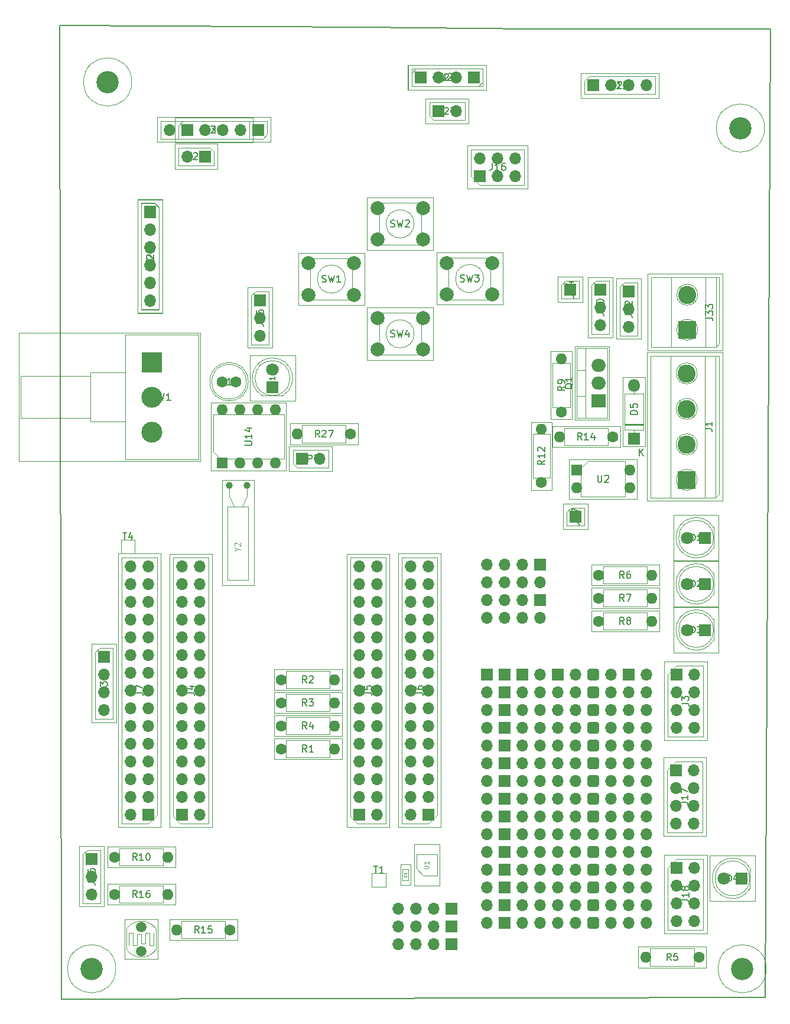
<source format=gbr>
%TF.GenerationSoftware,KiCad,Pcbnew,8.0.1*%
%TF.CreationDate,2024-10-06T15:48:25+02:00*%
%TF.ProjectId,CREPP.io,43524550-502e-4696-9f2e-6b696361645f,rev?*%
%TF.SameCoordinates,Original*%
%TF.FileFunction,Soldermask,Bot*%
%TF.FilePolarity,Negative*%
%FSLAX46Y46*%
G04 Gerber Fmt 4.6, Leading zero omitted, Abs format (unit mm)*
G04 Created by KiCad (PCBNEW 8.0.1) date 2024-10-06 15:48:25*
%MOMM*%
%LPD*%
G01*
G04 APERTURE LIST*
G04 Aperture macros list*
%AMFreePoly0*
4,1,25,-0.850000,0.425000,-0.829199,0.556332,-0.768832,0.674809,-0.674809,0.768832,-0.556332,0.829199,-0.425000,0.850000,0.425000,0.850000,0.556332,0.829199,0.674809,0.768832,0.768832,0.674809,0.829199,0.556332,0.850000,0.425000,0.850000,-0.425000,0.829199,-0.556332,0.768832,-0.674809,0.674809,-0.768832,0.556332,-0.829199,0.425000,-0.850000,-0.425000,-0.850000,-0.556332,-0.829199,
-0.674809,-0.768832,-0.768832,-0.674809,-0.829199,-0.556332,-0.850000,-0.425000,-0.850000,0.425000,-0.850000,0.425000,$1*%
G04 Aperture macros list end*
%ADD10C,1.600000*%
%ADD11O,1.600000X1.600000*%
%ADD12R,1.700000X1.700000*%
%ADD13O,1.700000X1.700000*%
%ADD14R,3.000000X3.000000*%
%ADD15C,3.000000*%
%ADD16R,1.800000X1.800000*%
%ADD17C,1.800000*%
%ADD18C,2.000000*%
%ADD19C,3.200000*%
%ADD20R,2.600000X2.600000*%
%ADD21C,2.600000*%
%ADD22R,1.600000X1.600000*%
%ADD23O,1.800000X1.800000*%
%ADD24FreePoly0,0.000000*%
%ADD25C,1.000000*%
%ADD26R,2.000000X1.905000*%
%ADD27O,2.000000X1.905000*%
%ADD28C,1.500000*%
%ADD29C,0.050000*%
%ADD30C,0.150000*%
%ADD31C,0.200000*%
%ADD32C,0.100000*%
%ADD33C,0.120000*%
%ADD34C,0.060000*%
%TA.AperFunction,Profile*%
%ADD35C,0.200000*%
%TD*%
G04 APERTURE END LIST*
D10*
%TO.C,R7*%
X121970800Y-113182400D03*
D11*
X129590800Y-113182400D03*
%TD*%
D12*
%TO.C,J25*%
X57733800Y-57835400D03*
D13*
X57733800Y-60375400D03*
X57733800Y-62915400D03*
X57733800Y-65455400D03*
X57733800Y-67995400D03*
X57733800Y-70535400D03*
%TD*%
D14*
%TO.C,RV1*%
X57962800Y-79400400D03*
D15*
X57962800Y-84400400D03*
X57962800Y-89400400D03*
%TD*%
D12*
%TO.C,J20*%
X100888800Y-162712400D03*
D13*
X98348800Y-162712400D03*
X95808800Y-162712400D03*
X93268800Y-162712400D03*
%TD*%
D12*
%TO.C,J30*%
X122224800Y-69001400D03*
D13*
X122224800Y-71541400D03*
X122224800Y-74081400D03*
%TD*%
D12*
%TO.C,J13*%
X113588800Y-108356400D03*
D13*
X113588800Y-110896400D03*
X111048800Y-108356400D03*
X111048800Y-110896400D03*
X108508800Y-108356400D03*
X108508800Y-110896400D03*
X105968800Y-108356400D03*
X105968800Y-110896400D03*
%TD*%
D16*
%TO.C,D3*%
X137210800Y-117754400D03*
D17*
X134670800Y-117754400D03*
%TD*%
D18*
%TO.C,SW4*%
X90272800Y-73086400D03*
X96772800Y-73086400D03*
X90272800Y-77586400D03*
X96772800Y-77586400D03*
%TD*%
D12*
%TO.C,J4*%
X62280800Y-144170400D03*
D13*
X64820800Y-144170400D03*
X62280800Y-141630400D03*
X64820800Y-141630400D03*
X62280800Y-139090400D03*
X64820800Y-139090400D03*
X62280800Y-136550400D03*
X64820800Y-136550400D03*
X62280800Y-134010400D03*
X64820800Y-134010400D03*
X62280800Y-131470400D03*
X64820800Y-131470400D03*
X62280800Y-128930400D03*
X64820800Y-128930400D03*
X62280800Y-126390400D03*
X64820800Y-126390400D03*
X62280800Y-123850400D03*
X64820800Y-123850400D03*
X62280800Y-121310400D03*
X64820800Y-121310400D03*
X62280800Y-118770400D03*
X64820800Y-118770400D03*
X62280800Y-116230400D03*
X64820800Y-116230400D03*
X62280800Y-113690400D03*
X64820800Y-113690400D03*
X62280800Y-111150400D03*
X64820800Y-111150400D03*
X62280800Y-108610400D03*
X64820800Y-108610400D03*
%TD*%
D12*
%TO.C,J15*%
X113588800Y-113436400D03*
D13*
X113588800Y-115976400D03*
X111048800Y-113436400D03*
X111048800Y-115976400D03*
X108508800Y-113436400D03*
X108508800Y-115976400D03*
X105968800Y-113436400D03*
X105968800Y-115976400D03*
%TD*%
D10*
%TO.C,R27*%
X86410800Y-89687400D03*
D11*
X78790800Y-89687400D03*
%TD*%
D12*
%TO.C,J19*%
X100888800Y-157632400D03*
D13*
X98348800Y-157632400D03*
X95808800Y-157632400D03*
X93268800Y-157632400D03*
%TD*%
D12*
%TO.C,J16*%
X104952800Y-52730400D03*
D13*
X104952800Y-50190400D03*
X107492800Y-52730400D03*
X107492800Y-50190400D03*
X110032800Y-52730400D03*
X110032800Y-50190400D03*
%TD*%
D12*
%TO.C,J22*%
X121218800Y-39751400D03*
D13*
X123758800Y-39751400D03*
X126298800Y-39751400D03*
X128838800Y-39751400D03*
%TD*%
D12*
%TO.C,J6*%
X97586800Y-144170400D03*
D13*
X95046800Y-144170400D03*
X97586800Y-141630400D03*
X95046800Y-141630400D03*
X97586800Y-139090400D03*
X95046800Y-139090400D03*
X97586800Y-136550400D03*
X95046800Y-136550400D03*
X97586800Y-134010400D03*
X95046800Y-134010400D03*
X97586800Y-131470400D03*
X95046800Y-131470400D03*
X97586800Y-128930400D03*
X95046800Y-128930400D03*
X97586800Y-126390400D03*
X95046800Y-126390400D03*
X97586800Y-123850400D03*
X95046800Y-123850400D03*
X97586800Y-121310400D03*
X95046800Y-121310400D03*
X97586800Y-118770400D03*
X95046800Y-118770400D03*
X97586800Y-116230400D03*
X95046800Y-116230400D03*
X97586800Y-113690400D03*
X95046800Y-113690400D03*
X97586800Y-111150400D03*
X95046800Y-111150400D03*
X97586800Y-108610400D03*
X95046800Y-108610400D03*
%TD*%
D19*
%TO.C,H1*%
X142290800Y-45872400D03*
%TD*%
D12*
%TO.C,J7*%
X57454800Y-144170400D03*
D13*
X54914800Y-144170400D03*
X57454800Y-141630400D03*
X54914800Y-141630400D03*
X57454800Y-139090400D03*
X54914800Y-139090400D03*
X57454800Y-136550400D03*
X54914800Y-136550400D03*
X57454800Y-134010400D03*
X54914800Y-134010400D03*
X57454800Y-131470400D03*
X54914800Y-131470400D03*
X57454800Y-128930400D03*
X54914800Y-128930400D03*
X57454800Y-126390400D03*
X54914800Y-126390400D03*
X57454800Y-123850400D03*
X54914800Y-123850400D03*
X57454800Y-121310400D03*
X54914800Y-121310400D03*
X57454800Y-118770400D03*
X54914800Y-118770400D03*
X57454800Y-116230400D03*
X54914800Y-116230400D03*
X57454800Y-113690400D03*
X54914800Y-113690400D03*
X57454800Y-111150400D03*
X54914800Y-111150400D03*
X57454800Y-108610400D03*
X54914800Y-108610400D03*
%TD*%
D19*
%TO.C,H4*%
X142544800Y-166268400D03*
%TD*%
%TO.C,H2*%
X51612800Y-39268400D03*
%TD*%
D12*
%TO.C,JP7*%
X79425800Y-93243400D03*
D13*
X81965800Y-93243400D03*
%TD*%
D20*
%TO.C,J33*%
X134670800Y-74748400D03*
D21*
X134670800Y-69748400D03*
%TD*%
D18*
%TO.C,SW2*%
X90272800Y-57338400D03*
X96772800Y-57338400D03*
X90272800Y-61838400D03*
X96772800Y-61838400D03*
%TD*%
D10*
%TO.C,R1*%
X76504800Y-134772400D03*
D11*
X84124800Y-134772400D03*
%TD*%
D12*
%TO.C,J23*%
X96443800Y-38633400D03*
D13*
X98983800Y-38633400D03*
X101523800Y-38633400D03*
X104063800Y-38633400D03*
%TD*%
D16*
%TO.C,D1*%
X137210800Y-104546400D03*
D17*
X134670800Y-104546400D03*
%TD*%
D12*
%TO.C,J21*%
X100888800Y-160172400D03*
D13*
X98348800Y-160172400D03*
X95808800Y-160172400D03*
X93268800Y-160172400D03*
%TD*%
D22*
%TO.C,U2*%
X118790800Y-94862400D03*
D11*
X118790800Y-97402400D03*
X126410800Y-97402400D03*
X126410800Y-94862400D03*
%TD*%
D12*
%TO.C,J35*%
X51104800Y-121574400D03*
D13*
X51104800Y-124114400D03*
X51104800Y-126654400D03*
X51104800Y-129194400D03*
%TD*%
D12*
%TO.C,J12*%
X105968800Y-124104400D03*
X108508800Y-124104400D03*
D13*
X105968800Y-126644400D03*
D12*
X108508800Y-126644400D03*
D13*
X105968800Y-129184400D03*
D12*
X108508800Y-129184400D03*
D13*
X105968800Y-131724400D03*
D12*
X108508800Y-131724400D03*
D13*
X105968800Y-134264400D03*
D12*
X108508800Y-134264400D03*
D13*
X105968800Y-136804400D03*
D12*
X108508800Y-136804400D03*
D13*
X105968800Y-139344400D03*
D12*
X108508800Y-139344400D03*
D13*
X105968800Y-141884400D03*
D12*
X108508800Y-141884400D03*
D13*
X105968800Y-144424400D03*
D12*
X108508800Y-144424400D03*
D13*
X105968800Y-146964400D03*
D12*
X108508800Y-146964400D03*
D13*
X105968800Y-149504400D03*
D12*
X108508800Y-149504400D03*
D13*
X105968800Y-152044400D03*
D12*
X108508800Y-152044400D03*
D13*
X105968800Y-154584400D03*
D12*
X108508800Y-154584400D03*
D13*
X105968800Y-157124400D03*
D12*
X108508800Y-157124400D03*
D13*
X105968800Y-159664400D03*
D12*
X108508800Y-159664400D03*
%TD*%
%TO.C,J5*%
X87680800Y-144170400D03*
D13*
X90220800Y-144170400D03*
X87680800Y-141630400D03*
X90220800Y-141630400D03*
X87680800Y-139090400D03*
X90220800Y-139090400D03*
X87680800Y-136550400D03*
X90220800Y-136550400D03*
X87680800Y-134010400D03*
X90220800Y-134010400D03*
X87680800Y-131470400D03*
X90220800Y-131470400D03*
X87680800Y-128930400D03*
X90220800Y-128930400D03*
X87680800Y-126390400D03*
X90220800Y-126390400D03*
X87680800Y-123850400D03*
X90220800Y-123850400D03*
X87680800Y-121310400D03*
X90220800Y-121310400D03*
X87680800Y-118770400D03*
X90220800Y-118770400D03*
X87680800Y-116230400D03*
X90220800Y-116230400D03*
X87680800Y-113690400D03*
X90220800Y-113690400D03*
X87680800Y-111150400D03*
X90220800Y-111150400D03*
X87680800Y-108610400D03*
X90220800Y-108610400D03*
%TD*%
D18*
%TO.C,SW3*%
X100230800Y-65176400D03*
X106730800Y-65176400D03*
X100230800Y-69676400D03*
X106730800Y-69676400D03*
%TD*%
D16*
%TO.C,D12*%
X75234800Y-82956400D03*
D17*
X75234800Y-80416400D03*
%TD*%
D16*
%TO.C,D5*%
X127050800Y-90322400D03*
D23*
X127050800Y-82702400D03*
%TD*%
D10*
%TO.C,R2*%
X76504800Y-124866400D03*
D11*
X84124800Y-124866400D03*
%TD*%
D12*
%TO.C,J8*%
X126288800Y-124104400D03*
D13*
X128828800Y-124104400D03*
X126288800Y-126644400D03*
X128828800Y-126644400D03*
X126288800Y-129184400D03*
X128828800Y-129184400D03*
X126288800Y-131724400D03*
X128828800Y-131724400D03*
X126288800Y-134264400D03*
X128828800Y-134264400D03*
X126288800Y-136804400D03*
X128828800Y-136804400D03*
X126288800Y-139344400D03*
X128828800Y-139344400D03*
X126288800Y-141884400D03*
X128828800Y-141884400D03*
X126288800Y-144424400D03*
X128828800Y-144424400D03*
X126288800Y-146964400D03*
X128828800Y-146964400D03*
X126288800Y-149504400D03*
X128828800Y-149504400D03*
X126288800Y-152044400D03*
X128828800Y-152044400D03*
X126288800Y-154584400D03*
X128828800Y-154584400D03*
X126288800Y-157124400D03*
X128828800Y-157124400D03*
X126288800Y-159664400D03*
X128828800Y-159664400D03*
%TD*%
D12*
%TO.C,J17*%
X133058800Y-137820400D03*
D13*
X135598800Y-137820400D03*
X133058800Y-140360400D03*
X135598800Y-140360400D03*
X133058800Y-142900400D03*
X135598800Y-142900400D03*
X133058800Y-145440400D03*
X135598800Y-145440400D03*
%TD*%
D12*
%TO.C,J3*%
X133146800Y-124104400D03*
D13*
X135686800Y-124104400D03*
X133146800Y-126644400D03*
X135686800Y-126644400D03*
X133146800Y-129184400D03*
X135686800Y-129184400D03*
X133146800Y-131724400D03*
X135686800Y-131724400D03*
%TD*%
D12*
%TO.C,J29*%
X73202800Y-46126400D03*
D13*
X70662800Y-46126400D03*
X68122800Y-46126400D03*
X65582800Y-46126400D03*
X63042800Y-46126400D03*
X60502800Y-46126400D03*
%TD*%
D12*
%TO.C,J9*%
X111048800Y-124104400D03*
D13*
X113588800Y-124104400D03*
X111048800Y-126644400D03*
X113588800Y-126644400D03*
X111048800Y-129184400D03*
X113588800Y-129184400D03*
X111048800Y-131724400D03*
X113588800Y-131724400D03*
X111048800Y-134264400D03*
X113588800Y-134264400D03*
X111048800Y-136804400D03*
X113588800Y-136804400D03*
X111048800Y-139344400D03*
X113588800Y-139344400D03*
X111048800Y-141884400D03*
X113588800Y-141884400D03*
X111048800Y-144424400D03*
X113588800Y-144424400D03*
X111048800Y-146964400D03*
X113588800Y-146964400D03*
X111048800Y-149504400D03*
X113588800Y-149504400D03*
X111048800Y-152044400D03*
X113588800Y-152044400D03*
X111048800Y-154584400D03*
X113588800Y-154584400D03*
X111048800Y-157124400D03*
X113588800Y-157124400D03*
X111048800Y-159664400D03*
X113588800Y-159664400D03*
%TD*%
D16*
%TO.C,D4*%
X142417800Y-153314400D03*
D17*
X139877800Y-153314400D03*
%TD*%
D12*
%TO.C,J36*%
X73456800Y-70510400D03*
D13*
X73456800Y-73050400D03*
X73456800Y-75590400D03*
%TD*%
D10*
%TO.C,R3*%
X76504800Y-128168400D03*
D11*
X84124800Y-128168400D03*
%TD*%
D10*
%TO.C,R5*%
X136321800Y-164617400D03*
D11*
X128701800Y-164617400D03*
%TD*%
D12*
%TO.C,J24*%
X57708800Y-57937400D03*
D13*
X57708800Y-60477400D03*
X57708800Y-63017400D03*
X57708800Y-65557400D03*
X57708800Y-68097400D03*
X57708800Y-70637400D03*
%TD*%
D12*
%TO.C,J26*%
X49326800Y-150520400D03*
D13*
X49326800Y-153060400D03*
X49326800Y-155600400D03*
%TD*%
D12*
%TO.C,J37*%
X118668800Y-101498400D03*
%TD*%
%TO.C,J31*%
X63042800Y-46126400D03*
D13*
X65582800Y-46126400D03*
X68122800Y-46126400D03*
X70662800Y-46126400D03*
%TD*%
D10*
%TO.C,R16*%
X52628800Y-155600400D03*
D11*
X60248800Y-155600400D03*
%TD*%
D10*
%TO.C,R15*%
X69138800Y-160680400D03*
D11*
X61518800Y-160680400D03*
%TD*%
D24*
%TO.C,J11*%
X121208800Y-124104400D03*
D13*
X123748800Y-124104400D03*
D24*
X121208800Y-126644400D03*
D13*
X123748800Y-126644400D03*
D24*
X121208800Y-129184400D03*
D13*
X123748800Y-129184400D03*
D24*
X121208800Y-131724400D03*
D13*
X123748800Y-131724400D03*
D24*
X121208800Y-134264400D03*
D13*
X123748800Y-134264400D03*
D24*
X121208800Y-136804400D03*
D13*
X123748800Y-136804400D03*
D24*
X121208800Y-139344400D03*
D13*
X123748800Y-139344400D03*
D24*
X121208800Y-141884400D03*
D13*
X123748800Y-141884400D03*
D24*
X121208800Y-144424400D03*
D13*
X123748800Y-144424400D03*
X121208800Y-146964400D03*
X123748800Y-146964400D03*
D24*
X121208800Y-149504400D03*
D13*
X123748800Y-149504400D03*
D24*
X121208800Y-152044400D03*
D13*
X123748800Y-152044400D03*
D24*
X121208800Y-154584400D03*
D13*
X123748800Y-154584400D03*
D24*
X121208800Y-157124400D03*
D13*
X123748800Y-157124400D03*
D24*
X121208800Y-159664400D03*
D13*
X123748800Y-159664400D03*
%TD*%
D10*
%TO.C,R12*%
X113770800Y-96632400D03*
D11*
X113770800Y-89012400D03*
%TD*%
D19*
%TO.C,H3*%
X49326800Y-166268400D03*
%TD*%
D20*
%TO.C,J1*%
X134600800Y-96242400D03*
D21*
X134600800Y-91162400D03*
X134600800Y-86082400D03*
X134600800Y-81002400D03*
%TD*%
D10*
%TO.C,C17*%
X70011800Y-82194400D03*
X68011800Y-82194400D03*
%TD*%
D12*
%TO.C,J32*%
X126288800Y-69240400D03*
D13*
X126288800Y-71780400D03*
X126288800Y-74320400D03*
%TD*%
D10*
%TO.C,R6*%
X121970800Y-109880400D03*
D11*
X129590800Y-109880400D03*
%TD*%
D10*
%TO.C,R8*%
X121970800Y-116484400D03*
D11*
X129590800Y-116484400D03*
%TD*%
D12*
%TO.C,J10*%
X116128800Y-124104400D03*
D13*
X118668800Y-124104400D03*
X116128800Y-126644400D03*
X118668800Y-126644400D03*
X116128800Y-129184400D03*
X118668800Y-129184400D03*
X116128800Y-131724400D03*
X118668800Y-131724400D03*
X116128800Y-134264400D03*
X118668800Y-134264400D03*
X116128800Y-136804400D03*
X118668800Y-136804400D03*
X116128800Y-139344400D03*
X118668800Y-139344400D03*
X116128800Y-141884400D03*
X118668800Y-141884400D03*
X116128800Y-144424400D03*
X118668800Y-144424400D03*
X116128800Y-146964400D03*
X118668800Y-146964400D03*
X116128800Y-149504400D03*
X118668800Y-149504400D03*
X116128800Y-152044400D03*
X118668800Y-152044400D03*
X116128800Y-154584400D03*
X118668800Y-154584400D03*
X116128800Y-157124400D03*
X118668800Y-157124400D03*
X116128800Y-159664400D03*
X118668800Y-159664400D03*
%TD*%
D12*
%TO.C,J27*%
X98983800Y-43459400D03*
D13*
X101523800Y-43459400D03*
%TD*%
D25*
%TO.C,Y2*%
X69011800Y-97053400D03*
X71551800Y-97053400D03*
%TD*%
D26*
%TO.C,Q1*%
X122000800Y-84912400D03*
D27*
X122000800Y-82372400D03*
X122000800Y-79832400D03*
%TD*%
D18*
%TO.C,SW1*%
X80418800Y-65248400D03*
X86918800Y-65248400D03*
X80418800Y-69748400D03*
X86918800Y-69748400D03*
%TD*%
D12*
%TO.C,J18*%
X133146800Y-151790400D03*
D13*
X135686800Y-151790400D03*
X133146800Y-154330400D03*
X135686800Y-154330400D03*
X133146800Y-156870400D03*
X135686800Y-156870400D03*
X133146800Y-159410400D03*
X135686800Y-159410400D03*
%TD*%
D12*
%TO.C,J14*%
X121218800Y-39751400D03*
D13*
X123758800Y-39751400D03*
X126298800Y-39751400D03*
X128838800Y-39751400D03*
%TD*%
D12*
%TO.C,J28*%
X65582800Y-49936400D03*
D13*
X63042800Y-49936400D03*
%TD*%
D28*
%TO.C,R11*%
X56438800Y-160328400D03*
X56438800Y-163728400D03*
%TD*%
D12*
%TO.C,J34*%
X117906800Y-68986400D03*
%TD*%
D10*
%TO.C,R4*%
X76504800Y-131470400D03*
D11*
X84124800Y-131470400D03*
%TD*%
D16*
%TO.C,D2*%
X137210800Y-111150400D03*
D17*
X134670800Y-111150400D03*
%TD*%
D10*
%TO.C,R9*%
X116636800Y-86512400D03*
D11*
X116636800Y-78892400D03*
%TD*%
D10*
%TO.C,R14*%
X124002800Y-90068400D03*
D11*
X116382800Y-90068400D03*
%TD*%
D10*
%TO.C,R10*%
X52628800Y-150266400D03*
D11*
X60248800Y-150266400D03*
%TD*%
D22*
%TO.C,U14*%
X68005800Y-93868400D03*
D11*
X70545800Y-93868400D03*
X73085800Y-93868400D03*
X75625800Y-93868400D03*
X75625800Y-86248400D03*
X73085800Y-86248400D03*
X70545800Y-86248400D03*
X68005800Y-86248400D03*
%TD*%
D12*
%TO.C,J2*%
X104063800Y-38633400D03*
D13*
X101523800Y-38633400D03*
X98983800Y-38633400D03*
X96443800Y-38633400D03*
%TD*%
D29*
%TO.C,R7*%
X120920800Y-111682400D02*
X120920800Y-114682400D01*
X120920800Y-114682400D02*
X130640800Y-114682400D01*
X130640800Y-111682400D02*
X120920800Y-111682400D01*
X130640800Y-114682400D02*
X130640800Y-111682400D01*
%TO.C,J25*%
X55933800Y-56035400D02*
X59483800Y-56035400D01*
X55933800Y-72285400D02*
X55933800Y-56035400D01*
X59483800Y-56035400D02*
X59483800Y-72285400D01*
X59483800Y-72285400D02*
X55933800Y-72285400D01*
%TO.C,RV1*%
X38912800Y-75200400D02*
X38912800Y-93600400D01*
X38912800Y-93600400D02*
X64912800Y-93600400D01*
X64912800Y-75200400D02*
X38912800Y-75200400D01*
X64912800Y-93600400D02*
X64912800Y-75200400D01*
%TO.C,J30*%
X120424800Y-67201400D02*
X120424800Y-75851400D01*
X120424800Y-75851400D02*
X124024800Y-75851400D01*
X124024800Y-67201400D02*
X120424800Y-67201400D01*
X124024800Y-75851400D02*
X124024800Y-67201400D01*
%TO.C,D3*%
X132710800Y-114504400D02*
X132710800Y-121004400D01*
X132710800Y-121004400D02*
X139160800Y-121004400D01*
X139160800Y-114504400D02*
X132710800Y-114504400D01*
X139160800Y-121004400D02*
X139160800Y-114504400D01*
%TO.C,SW4*%
X88772800Y-71586400D02*
X89022800Y-71586400D01*
X88772800Y-71836400D02*
X88772800Y-71586400D01*
X88772800Y-78836400D02*
X88772800Y-71836400D01*
X88772800Y-78836400D02*
X88772800Y-79086400D01*
X88772800Y-79086400D02*
X89022800Y-79086400D01*
X89022800Y-71586400D02*
X98022800Y-71586400D01*
X98022800Y-71586400D02*
X98272800Y-71586400D01*
X98022800Y-79086400D02*
X89022800Y-79086400D01*
X98022800Y-79086400D02*
X98272800Y-79086400D01*
X98272800Y-71586400D02*
X98272800Y-71836400D01*
X98272800Y-71836400D02*
X98272800Y-78836400D01*
X98272800Y-79086400D02*
X98272800Y-78836400D01*
%TO.C,J4*%
X60520800Y-106870400D02*
X66620800Y-106870400D01*
X60520800Y-145970400D02*
X60520800Y-106870400D01*
X66620800Y-106870400D02*
X66620800Y-145970400D01*
X66620800Y-145970400D02*
X60520800Y-145970400D01*
%TO.C,R27*%
X77740800Y-88187400D02*
X77740800Y-91187400D01*
X77740800Y-91187400D02*
X87460800Y-91187400D01*
X87460800Y-88187400D02*
X77740800Y-88187400D01*
X87460800Y-91187400D02*
X87460800Y-88187400D01*
%TO.C,J16*%
X103152800Y-48380400D02*
X103152800Y-54530400D01*
X103152800Y-54530400D02*
X111802800Y-54530400D01*
X111802800Y-48380400D02*
X103152800Y-48380400D01*
X111802800Y-54530400D02*
X111802800Y-48380400D01*
%TO.C,J22*%
X119418800Y-38001400D02*
X130618800Y-38001400D01*
X119418800Y-41551400D02*
X119418800Y-38001400D01*
X130618800Y-38001400D02*
X130618800Y-41551400D01*
X130618800Y-41551400D02*
X119418800Y-41551400D01*
%TO.C,J6*%
X93236800Y-106820400D02*
X93236800Y-145970400D01*
X93236800Y-145970400D02*
X99386800Y-145970400D01*
X99386800Y-106820400D02*
X93236800Y-106820400D01*
X99386800Y-145970400D02*
X99386800Y-106820400D01*
%TO.C,H1*%
X145740800Y-45872400D02*
G75*
G02*
X138840800Y-45872400I-3450000J0D01*
G01*
X138840800Y-45872400D02*
G75*
G02*
X145740800Y-45872400I3450000J0D01*
G01*
%TO.C,J7*%
X53104800Y-106820400D02*
X53104800Y-145970400D01*
X53104800Y-145970400D02*
X59254800Y-145970400D01*
X59254800Y-106820400D02*
X53104800Y-106820400D01*
X59254800Y-145970400D02*
X59254800Y-106820400D01*
%TO.C,H4*%
X145994800Y-166268400D02*
G75*
G02*
X139094800Y-166268400I-3450000J0D01*
G01*
X139094800Y-166268400D02*
G75*
G02*
X145994800Y-166268400I3450000J0D01*
G01*
%TO.C,H2*%
X55062800Y-39268400D02*
G75*
G02*
X48162800Y-39268400I-3450000J0D01*
G01*
X48162800Y-39268400D02*
G75*
G02*
X55062800Y-39268400I3450000J0D01*
G01*
%TO.C,JP7*%
X77625800Y-91443400D02*
X77625800Y-95043400D01*
X77625800Y-95043400D02*
X83775800Y-95043400D01*
X83775800Y-91443400D02*
X77625800Y-91443400D01*
X83775800Y-95043400D02*
X83775800Y-91443400D01*
%TO.C,J33*%
X128960800Y-66748400D02*
X128960800Y-77748400D01*
X128960800Y-77748400D02*
X139770800Y-77748400D01*
X139770800Y-66748400D02*
X128960800Y-66748400D01*
X139770800Y-77748400D02*
X139770800Y-66748400D01*
%TO.C,SW2*%
X88772800Y-55838400D02*
X89022800Y-55838400D01*
X88772800Y-56088400D02*
X88772800Y-55838400D01*
X88772800Y-63088400D02*
X88772800Y-56088400D01*
X88772800Y-63088400D02*
X88772800Y-63338400D01*
X88772800Y-63338400D02*
X89022800Y-63338400D01*
X89022800Y-55838400D02*
X98022800Y-55838400D01*
X98022800Y-55838400D02*
X98272800Y-55838400D01*
X98022800Y-63338400D02*
X89022800Y-63338400D01*
X98022800Y-63338400D02*
X98272800Y-63338400D01*
X98272800Y-55838400D02*
X98272800Y-56088400D01*
X98272800Y-56088400D02*
X98272800Y-63088400D01*
X98272800Y-63338400D02*
X98272800Y-63088400D01*
%TO.C,R1*%
X75454800Y-133272400D02*
X75454800Y-136272400D01*
X75454800Y-136272400D02*
X85174800Y-136272400D01*
X85174800Y-133272400D02*
X75454800Y-133272400D01*
X85174800Y-136272400D02*
X85174800Y-133272400D01*
%TO.C,J23*%
X94643800Y-36883400D02*
X105843800Y-36883400D01*
X94643800Y-40433400D02*
X94643800Y-36883400D01*
X105843800Y-36883400D02*
X105843800Y-40433400D01*
X105843800Y-40433400D02*
X94643800Y-40433400D01*
%TO.C,T1*%
X89474800Y-152568400D02*
X89474800Y-154568400D01*
X89474800Y-152568400D02*
X91474800Y-152568400D01*
X91474800Y-154568400D02*
X89474800Y-154568400D01*
X91474800Y-154568400D02*
X91474800Y-152568400D01*
%TO.C,D1*%
X132710800Y-101296400D02*
X132710800Y-107796400D01*
X132710800Y-107796400D02*
X139160800Y-107796400D01*
X139160800Y-101296400D02*
X132710800Y-101296400D01*
X139160800Y-107796400D02*
X139160800Y-101296400D01*
%TO.C,U2*%
X117690800Y-93312400D02*
X117690800Y-98962400D01*
X117690800Y-98962400D02*
X127490800Y-98962400D01*
X127490800Y-93312400D02*
X117690800Y-93312400D01*
X127490800Y-98962400D02*
X127490800Y-93312400D01*
%TO.C,J35*%
X49304800Y-119774400D02*
X49304800Y-130974400D01*
X49304800Y-130974400D02*
X52904800Y-130974400D01*
X52904800Y-119774400D02*
X49304800Y-119774400D01*
X52904800Y-130974400D02*
X52904800Y-119774400D01*
%TO.C,J5*%
X85920800Y-106870400D02*
X92020800Y-106870400D01*
X85920800Y-145970400D02*
X85920800Y-106870400D01*
X92020800Y-106870400D02*
X92020800Y-145970400D01*
X92020800Y-145970400D02*
X85920800Y-145970400D01*
%TO.C,SW3*%
X98730800Y-63676400D02*
X98980800Y-63676400D01*
X98730800Y-63926400D02*
X98730800Y-63676400D01*
X98730800Y-70926400D02*
X98730800Y-63926400D01*
X98730800Y-70926400D02*
X98730800Y-71176400D01*
X98730800Y-71176400D02*
X98980800Y-71176400D01*
X98980800Y-63676400D02*
X107980800Y-63676400D01*
X107980800Y-63676400D02*
X108230800Y-63676400D01*
X107980800Y-71176400D02*
X98980800Y-71176400D01*
X107980800Y-71176400D02*
X108230800Y-71176400D01*
X108230800Y-63676400D02*
X108230800Y-63926400D01*
X108230800Y-63926400D02*
X108230800Y-70926400D01*
X108230800Y-71176400D02*
X108230800Y-70926400D01*
%TO.C,D12*%
X71984800Y-78456400D02*
X71984800Y-84906400D01*
X71984800Y-84906400D02*
X78484800Y-84906400D01*
X78484800Y-78456400D02*
X71984800Y-78456400D01*
X78484800Y-84906400D02*
X78484800Y-78456400D01*
%TO.C,D5*%
X125450800Y-81552400D02*
X125450800Y-91472400D01*
X125450800Y-91472400D02*
X128650800Y-91472400D01*
X128650800Y-81552400D02*
X125450800Y-81552400D01*
X128650800Y-91472400D02*
X128650800Y-81552400D01*
%TO.C,R2*%
X75454800Y-123366400D02*
X75454800Y-126366400D01*
X75454800Y-126366400D02*
X85174800Y-126366400D01*
X85174800Y-123366400D02*
X75454800Y-123366400D01*
X85174800Y-126366400D02*
X85174800Y-123366400D01*
%TO.C,J17*%
X131258800Y-136020400D02*
X131258800Y-147220400D01*
X131258800Y-147220400D02*
X137408800Y-147220400D01*
X137408800Y-136020400D02*
X131258800Y-136020400D01*
X137408800Y-147220400D02*
X137408800Y-136020400D01*
%TO.C,J3*%
X131346800Y-122304400D02*
X131346800Y-133504400D01*
X131346800Y-133504400D02*
X137496800Y-133504400D01*
X137496800Y-122304400D02*
X131346800Y-122304400D01*
X137496800Y-133504400D02*
X137496800Y-122304400D01*
%TO.C,U1*%
X95548800Y-148468400D02*
X99148800Y-148468400D01*
X95548800Y-154368400D02*
X95548800Y-148468400D01*
X95548800Y-154368400D02*
X99148800Y-154368400D01*
X99148800Y-154368400D02*
X99148800Y-148468400D01*
%TO.C,J29*%
X58752800Y-44326400D02*
X75002800Y-44326400D01*
X58752800Y-47876400D02*
X58752800Y-44326400D01*
X75002800Y-44326400D02*
X75002800Y-47876400D01*
X75002800Y-47876400D02*
X58752800Y-47876400D01*
%TO.C,D4*%
X137917800Y-150064400D02*
X137917800Y-156564400D01*
X137917800Y-156564400D02*
X144367800Y-156564400D01*
X144367800Y-150064400D02*
X137917800Y-150064400D01*
X144367800Y-156564400D02*
X144367800Y-150064400D01*
%TO.C,J36*%
X71656800Y-68710400D02*
X71656800Y-77360400D01*
X71656800Y-77360400D02*
X75256800Y-77360400D01*
X75256800Y-68710400D02*
X71656800Y-68710400D01*
X75256800Y-77360400D02*
X75256800Y-68710400D01*
%TO.C,R3*%
X75454800Y-126668400D02*
X75454800Y-129668400D01*
X75454800Y-129668400D02*
X85174800Y-129668400D01*
X85174800Y-126668400D02*
X75454800Y-126668400D01*
X85174800Y-129668400D02*
X85174800Y-126668400D01*
%TO.C,R5*%
X127651800Y-163117400D02*
X127651800Y-166117400D01*
X127651800Y-166117400D02*
X137371800Y-166117400D01*
X137371800Y-163117400D02*
X127651800Y-163117400D01*
X137371800Y-166117400D02*
X137371800Y-163117400D01*
%TO.C,J24*%
X55908800Y-56137400D02*
X59458800Y-56137400D01*
X55908800Y-72387400D02*
X55908800Y-56137400D01*
X59458800Y-56137400D02*
X59458800Y-72387400D01*
X59458800Y-72387400D02*
X55908800Y-72387400D01*
%TO.C,J26*%
X47526800Y-148720400D02*
X47526800Y-157370400D01*
X47526800Y-157370400D02*
X51126800Y-157370400D01*
X51126800Y-148720400D02*
X47526800Y-148720400D01*
X51126800Y-157370400D02*
X51126800Y-148720400D01*
%TO.C,J37*%
X116868800Y-99698400D02*
X116868800Y-103298400D01*
X116868800Y-103298400D02*
X120468800Y-103298400D01*
X120468800Y-99698400D02*
X116868800Y-99698400D01*
X120468800Y-103298400D02*
X120468800Y-99698400D01*
%TO.C,J31*%
X61242800Y-44376400D02*
X72442800Y-44376400D01*
X61242800Y-47926400D02*
X61242800Y-44376400D01*
X72442800Y-44376400D02*
X72442800Y-47926400D01*
X72442800Y-47926400D02*
X61242800Y-47926400D01*
%TO.C,R16*%
X51578800Y-154100400D02*
X51578800Y-157100400D01*
X51578800Y-157100400D02*
X61298800Y-157100400D01*
X61298800Y-154100400D02*
X51578800Y-154100400D01*
X61298800Y-157100400D02*
X61298800Y-154100400D01*
%TO.C,R15*%
X60468800Y-159180400D02*
X60468800Y-162180400D01*
X60468800Y-162180400D02*
X70188800Y-162180400D01*
X70188800Y-159180400D02*
X60468800Y-159180400D01*
X70188800Y-162180400D02*
X70188800Y-159180400D01*
%TO.C,R12*%
X112270800Y-87962400D02*
X112270800Y-97682400D01*
X112270800Y-97682400D02*
X115270800Y-97682400D01*
X115270800Y-87962400D02*
X112270800Y-87962400D01*
X115270800Y-97682400D02*
X115270800Y-87962400D01*
%TO.C,H3*%
X52776800Y-166268400D02*
G75*
G02*
X45876800Y-166268400I-3450000J0D01*
G01*
X45876800Y-166268400D02*
G75*
G02*
X52776800Y-166268400I3450000J0D01*
G01*
%TO.C,J1*%
X128890800Y-77962400D02*
X128890800Y-99282400D01*
X128890800Y-99282400D02*
X139700800Y-99282400D01*
X139700800Y-77962400D02*
X128890800Y-77962400D01*
X139700800Y-99282400D02*
X139700800Y-77962400D01*
%TO.C,C17*%
X71761800Y-82194400D02*
G75*
G02*
X66261800Y-82194400I-2750000J0D01*
G01*
X66261800Y-82194400D02*
G75*
G02*
X71761800Y-82194400I2750000J0D01*
G01*
%TO.C,J32*%
X124488800Y-67440400D02*
X124488800Y-76090400D01*
X124488800Y-76090400D02*
X128088800Y-76090400D01*
X128088800Y-67440400D02*
X124488800Y-67440400D01*
X128088800Y-76090400D02*
X128088800Y-67440400D01*
%TO.C,R6*%
X120920800Y-108380400D02*
X120920800Y-111380400D01*
X120920800Y-111380400D02*
X130640800Y-111380400D01*
X130640800Y-108380400D02*
X120920800Y-108380400D01*
X130640800Y-111380400D02*
X130640800Y-108380400D01*
%TO.C,R8*%
X120920800Y-114984400D02*
X120920800Y-117984400D01*
X120920800Y-117984400D02*
X130640800Y-117984400D01*
X130640800Y-114984400D02*
X120920800Y-114984400D01*
X130640800Y-117984400D02*
X130640800Y-114984400D01*
%TO.C,J27*%
X97183800Y-41659400D02*
X97183800Y-45259400D01*
X97183800Y-45259400D02*
X103333800Y-45259400D01*
X103333800Y-41659400D02*
X97183800Y-41659400D01*
X103333800Y-45259400D02*
X103333800Y-41659400D01*
%TO.C,Y2*%
X68011800Y-96253400D02*
X68011800Y-111353400D01*
X68011800Y-111353400D02*
X72611800Y-111353400D01*
X72611800Y-96253400D02*
X68011800Y-96253400D01*
X72611800Y-111353400D02*
X72611800Y-96253400D01*
%TO.C,Q1*%
X118600800Y-77122400D02*
X118600800Y-87622400D01*
X118600800Y-87622400D02*
X123510800Y-87622400D01*
X123510800Y-77122400D02*
X118600800Y-77122400D01*
X123510800Y-87622400D02*
X123510800Y-77122400D01*
%TO.C,SW1*%
X78918800Y-63748400D02*
X79168800Y-63748400D01*
X78918800Y-63998400D02*
X78918800Y-63748400D01*
X78918800Y-70998400D02*
X78918800Y-63998400D01*
X78918800Y-70998400D02*
X78918800Y-71248400D01*
X78918800Y-71248400D02*
X79168800Y-71248400D01*
X79168800Y-63748400D02*
X88168800Y-63748400D01*
X88168800Y-63748400D02*
X88418800Y-63748400D01*
X88168800Y-71248400D02*
X79168800Y-71248400D01*
X88168800Y-71248400D02*
X88418800Y-71248400D01*
X88418800Y-63748400D02*
X88418800Y-63998400D01*
X88418800Y-63998400D02*
X88418800Y-70998400D01*
X88418800Y-71248400D02*
X88418800Y-70998400D01*
%TO.C,J18*%
X131346800Y-149990400D02*
X131346800Y-161190400D01*
X131346800Y-161190400D02*
X137496800Y-161190400D01*
X137496800Y-149990400D02*
X131346800Y-149990400D01*
X137496800Y-161190400D02*
X137496800Y-149990400D01*
%TO.C,C1*%
X93554800Y-151313400D02*
X95014800Y-151313400D01*
X93554800Y-154273400D02*
X93554800Y-151313400D01*
X95014800Y-151313400D02*
X95014800Y-154273400D01*
X95014800Y-154273400D02*
X93554800Y-154273400D01*
%TO.C,J14*%
X119418800Y-38001400D02*
X130618800Y-38001400D01*
X119418800Y-41551400D02*
X119418800Y-38001400D01*
X130618800Y-38001400D02*
X130618800Y-41551400D01*
X130618800Y-41551400D02*
X119418800Y-41551400D01*
%TO.C,J28*%
X61232800Y-48136400D02*
X61232800Y-51736400D01*
X61232800Y-51736400D02*
X67382800Y-51736400D01*
X67382800Y-48136400D02*
X61232800Y-48136400D01*
X67382800Y-51736400D02*
X67382800Y-48136400D01*
%TO.C,R11*%
X54088800Y-164858400D02*
X54088800Y-159198400D01*
X54088800Y-164858400D02*
X58788800Y-164858400D01*
X58788800Y-159198400D02*
X54088800Y-159198400D01*
X58788800Y-159198400D02*
X58788800Y-164858400D01*
%TO.C,J34*%
X116106800Y-67186400D02*
X116106800Y-70786400D01*
X116106800Y-70786400D02*
X119706800Y-70786400D01*
X119706800Y-67186400D02*
X116106800Y-67186400D01*
X119706800Y-70786400D02*
X119706800Y-67186400D01*
%TO.C,R4*%
X75454800Y-129970400D02*
X75454800Y-132970400D01*
X75454800Y-132970400D02*
X85174800Y-132970400D01*
X85174800Y-129970400D02*
X75454800Y-129970400D01*
X85174800Y-132970400D02*
X85174800Y-129970400D01*
%TO.C,D2*%
X132710800Y-107900400D02*
X132710800Y-114400400D01*
X132710800Y-114400400D02*
X139160800Y-114400400D01*
X139160800Y-107900400D02*
X132710800Y-107900400D01*
X139160800Y-114400400D02*
X139160800Y-107900400D01*
%TO.C,R9*%
X115136800Y-77842400D02*
X115136800Y-87562400D01*
X115136800Y-87562400D02*
X118136800Y-87562400D01*
X118136800Y-77842400D02*
X115136800Y-77842400D01*
X118136800Y-87562400D02*
X118136800Y-77842400D01*
%TO.C,R14*%
X115332800Y-88568400D02*
X115332800Y-91568400D01*
X115332800Y-91568400D02*
X125052800Y-91568400D01*
X125052800Y-88568400D02*
X115332800Y-88568400D01*
X125052800Y-91568400D02*
X125052800Y-88568400D01*
%TO.C,R10*%
X51578800Y-148766400D02*
X51578800Y-151766400D01*
X51578800Y-151766400D02*
X61298800Y-151766400D01*
X61298800Y-148766400D02*
X51578800Y-148766400D01*
X61298800Y-151766400D02*
X61298800Y-148766400D01*
%TO.C,T4*%
X53533800Y-104816400D02*
X53533800Y-106816400D01*
X53533800Y-104816400D02*
X55533800Y-104816400D01*
X55533800Y-106816400D02*
X53533800Y-106816400D01*
X55533800Y-106816400D02*
X55533800Y-104816400D01*
%TO.C,U14*%
X66455800Y-85168400D02*
X66455800Y-94968400D01*
X66455800Y-94968400D02*
X77155800Y-94968400D01*
X77155800Y-85168400D02*
X66455800Y-85168400D01*
X77155800Y-94968400D02*
X77155800Y-85168400D01*
%TO.C,J2*%
X94663800Y-36833400D02*
X105863800Y-36833400D01*
X94663800Y-40383400D02*
X94663800Y-36833400D01*
X105863800Y-36833400D02*
X105863800Y-40383400D01*
X105863800Y-40383400D02*
X94663800Y-40383400D01*
%TD*%
D30*
X125614133Y-113637219D02*
X125280800Y-113161028D01*
X125042705Y-113637219D02*
X125042705Y-112637219D01*
X125042705Y-112637219D02*
X125423657Y-112637219D01*
X125423657Y-112637219D02*
X125518895Y-112684838D01*
X125518895Y-112684838D02*
X125566514Y-112732457D01*
X125566514Y-112732457D02*
X125614133Y-112827695D01*
X125614133Y-112827695D02*
X125614133Y-112970552D01*
X125614133Y-112970552D02*
X125566514Y-113065790D01*
X125566514Y-113065790D02*
X125518895Y-113113409D01*
X125518895Y-113113409D02*
X125423657Y-113161028D01*
X125423657Y-113161028D02*
X125042705Y-113161028D01*
X125947467Y-112637219D02*
X126614133Y-112637219D01*
X126614133Y-112637219D02*
X126185562Y-113637219D01*
X57188619Y-64994923D02*
X57902904Y-64994923D01*
X57902904Y-64994923D02*
X58045761Y-65042542D01*
X58045761Y-65042542D02*
X58141000Y-65137780D01*
X58141000Y-65137780D02*
X58188619Y-65280637D01*
X58188619Y-65280637D02*
X58188619Y-65375875D01*
X57283857Y-64566351D02*
X57236238Y-64518732D01*
X57236238Y-64518732D02*
X57188619Y-64423494D01*
X57188619Y-64423494D02*
X57188619Y-64185399D01*
X57188619Y-64185399D02*
X57236238Y-64090161D01*
X57236238Y-64090161D02*
X57283857Y-64042542D01*
X57283857Y-64042542D02*
X57379095Y-63994923D01*
X57379095Y-63994923D02*
X57474333Y-63994923D01*
X57474333Y-63994923D02*
X57617190Y-64042542D01*
X57617190Y-64042542D02*
X58188619Y-64613970D01*
X58188619Y-64613970D02*
X58188619Y-63994923D01*
X57188619Y-63090161D02*
X57188619Y-63566351D01*
X57188619Y-63566351D02*
X57664809Y-63613970D01*
X57664809Y-63613970D02*
X57617190Y-63566351D01*
X57617190Y-63566351D02*
X57569571Y-63471113D01*
X57569571Y-63471113D02*
X57569571Y-63233018D01*
X57569571Y-63233018D02*
X57617190Y-63137780D01*
X57617190Y-63137780D02*
X57664809Y-63090161D01*
X57664809Y-63090161D02*
X57760047Y-63042542D01*
X57760047Y-63042542D02*
X57998142Y-63042542D01*
X57998142Y-63042542D02*
X58093380Y-63090161D01*
X58093380Y-63090161D02*
X58141000Y-63137780D01*
X58141000Y-63137780D02*
X58188619Y-63233018D01*
X58188619Y-63233018D02*
X58188619Y-63471113D01*
X58188619Y-63471113D02*
X58141000Y-63566351D01*
X58141000Y-63566351D02*
X58093380Y-63613970D01*
X58817561Y-84855218D02*
X58484228Y-84379027D01*
X58246133Y-84855218D02*
X58246133Y-83855218D01*
X58246133Y-83855218D02*
X58627085Y-83855218D01*
X58627085Y-83855218D02*
X58722323Y-83902837D01*
X58722323Y-83902837D02*
X58769942Y-83950456D01*
X58769942Y-83950456D02*
X58817561Y-84045694D01*
X58817561Y-84045694D02*
X58817561Y-84188551D01*
X58817561Y-84188551D02*
X58769942Y-84283789D01*
X58769942Y-84283789D02*
X58722323Y-84331408D01*
X58722323Y-84331408D02*
X58627085Y-84379027D01*
X58627085Y-84379027D02*
X58246133Y-84379027D01*
X59103276Y-83855218D02*
X59436609Y-84855218D01*
X59436609Y-84855218D02*
X59769942Y-83855218D01*
X60627085Y-84855218D02*
X60055657Y-84855218D01*
X60341371Y-84855218D02*
X60341371Y-83855218D01*
X60341371Y-83855218D02*
X60246133Y-83998075D01*
X60246133Y-83998075D02*
X60150895Y-84093313D01*
X60150895Y-84093313D02*
X60055657Y-84140932D01*
X121679619Y-72350923D02*
X122393904Y-72350923D01*
X122393904Y-72350923D02*
X122536761Y-72398542D01*
X122536761Y-72398542D02*
X122632000Y-72493780D01*
X122632000Y-72493780D02*
X122679619Y-72636637D01*
X122679619Y-72636637D02*
X122679619Y-72731875D01*
X121679619Y-71969970D02*
X121679619Y-71350923D01*
X121679619Y-71350923D02*
X122060571Y-71684256D01*
X122060571Y-71684256D02*
X122060571Y-71541399D01*
X122060571Y-71541399D02*
X122108190Y-71446161D01*
X122108190Y-71446161D02*
X122155809Y-71398542D01*
X122155809Y-71398542D02*
X122251047Y-71350923D01*
X122251047Y-71350923D02*
X122489142Y-71350923D01*
X122489142Y-71350923D02*
X122584380Y-71398542D01*
X122584380Y-71398542D02*
X122632000Y-71446161D01*
X122632000Y-71446161D02*
X122679619Y-71541399D01*
X122679619Y-71541399D02*
X122679619Y-71827113D01*
X122679619Y-71827113D02*
X122632000Y-71922351D01*
X122632000Y-71922351D02*
X122584380Y-71969970D01*
X121679619Y-70731875D02*
X121679619Y-70636637D01*
X121679619Y-70636637D02*
X121727238Y-70541399D01*
X121727238Y-70541399D02*
X121774857Y-70493780D01*
X121774857Y-70493780D02*
X121870095Y-70446161D01*
X121870095Y-70446161D02*
X122060571Y-70398542D01*
X122060571Y-70398542D02*
X122298666Y-70398542D01*
X122298666Y-70398542D02*
X122489142Y-70446161D01*
X122489142Y-70446161D02*
X122584380Y-70493780D01*
X122584380Y-70493780D02*
X122632000Y-70541399D01*
X122632000Y-70541399D02*
X122679619Y-70636637D01*
X122679619Y-70636637D02*
X122679619Y-70731875D01*
X122679619Y-70731875D02*
X122632000Y-70827113D01*
X122632000Y-70827113D02*
X122584380Y-70874732D01*
X122584380Y-70874732D02*
X122489142Y-70922351D01*
X122489142Y-70922351D02*
X122298666Y-70969970D01*
X122298666Y-70969970D02*
X122060571Y-70969970D01*
X122060571Y-70969970D02*
X121870095Y-70922351D01*
X121870095Y-70922351D02*
X121774857Y-70874732D01*
X121774857Y-70874732D02*
X121727238Y-70827113D01*
X121727238Y-70827113D02*
X121679619Y-70731875D01*
D31*
X135370324Y-118114095D02*
X135370324Y-117314095D01*
X135370324Y-117314095D02*
X135560800Y-117314095D01*
X135560800Y-117314095D02*
X135675086Y-117352190D01*
X135675086Y-117352190D02*
X135751276Y-117428380D01*
X135751276Y-117428380D02*
X135789371Y-117504571D01*
X135789371Y-117504571D02*
X135827467Y-117656952D01*
X135827467Y-117656952D02*
X135827467Y-117771238D01*
X135827467Y-117771238D02*
X135789371Y-117923619D01*
X135789371Y-117923619D02*
X135751276Y-117999809D01*
X135751276Y-117999809D02*
X135675086Y-118076000D01*
X135675086Y-118076000D02*
X135560800Y-118114095D01*
X135560800Y-118114095D02*
X135370324Y-118114095D01*
X136094133Y-117314095D02*
X136589371Y-117314095D01*
X136589371Y-117314095D02*
X136322705Y-117618857D01*
X136322705Y-117618857D02*
X136436990Y-117618857D01*
X136436990Y-117618857D02*
X136513181Y-117656952D01*
X136513181Y-117656952D02*
X136551276Y-117695047D01*
X136551276Y-117695047D02*
X136589371Y-117771238D01*
X136589371Y-117771238D02*
X136589371Y-117961714D01*
X136589371Y-117961714D02*
X136551276Y-118037904D01*
X136551276Y-118037904D02*
X136513181Y-118076000D01*
X136513181Y-118076000D02*
X136436990Y-118114095D01*
X136436990Y-118114095D02*
X136208419Y-118114095D01*
X136208419Y-118114095D02*
X136132228Y-118076000D01*
X136132228Y-118076000D02*
X136094133Y-118037904D01*
D30*
X92189467Y-75743600D02*
X92332324Y-75791219D01*
X92332324Y-75791219D02*
X92570419Y-75791219D01*
X92570419Y-75791219D02*
X92665657Y-75743600D01*
X92665657Y-75743600D02*
X92713276Y-75695980D01*
X92713276Y-75695980D02*
X92760895Y-75600742D01*
X92760895Y-75600742D02*
X92760895Y-75505504D01*
X92760895Y-75505504D02*
X92713276Y-75410266D01*
X92713276Y-75410266D02*
X92665657Y-75362647D01*
X92665657Y-75362647D02*
X92570419Y-75315028D01*
X92570419Y-75315028D02*
X92379943Y-75267409D01*
X92379943Y-75267409D02*
X92284705Y-75219790D01*
X92284705Y-75219790D02*
X92237086Y-75172171D01*
X92237086Y-75172171D02*
X92189467Y-75076933D01*
X92189467Y-75076933D02*
X92189467Y-74981695D01*
X92189467Y-74981695D02*
X92237086Y-74886457D01*
X92237086Y-74886457D02*
X92284705Y-74838838D01*
X92284705Y-74838838D02*
X92379943Y-74791219D01*
X92379943Y-74791219D02*
X92618038Y-74791219D01*
X92618038Y-74791219D02*
X92760895Y-74838838D01*
X93094229Y-74791219D02*
X93332324Y-75791219D01*
X93332324Y-75791219D02*
X93522800Y-75076933D01*
X93522800Y-75076933D02*
X93713276Y-75791219D01*
X93713276Y-75791219D02*
X93951372Y-74791219D01*
X94760895Y-75124552D02*
X94760895Y-75791219D01*
X94522800Y-74743600D02*
X94284705Y-75457885D01*
X94284705Y-75457885D02*
X94903752Y-75457885D01*
X63005619Y-126723733D02*
X63719904Y-126723733D01*
X63719904Y-126723733D02*
X63862761Y-126771352D01*
X63862761Y-126771352D02*
X63958000Y-126866590D01*
X63958000Y-126866590D02*
X64005619Y-127009447D01*
X64005619Y-127009447D02*
X64005619Y-127104685D01*
X63338952Y-125818971D02*
X64005619Y-125818971D01*
X62958000Y-126057066D02*
X63672285Y-126295161D01*
X63672285Y-126295161D02*
X63672285Y-125676114D01*
X81957942Y-90142219D02*
X81624609Y-89666028D01*
X81386514Y-90142219D02*
X81386514Y-89142219D01*
X81386514Y-89142219D02*
X81767466Y-89142219D01*
X81767466Y-89142219D02*
X81862704Y-89189838D01*
X81862704Y-89189838D02*
X81910323Y-89237457D01*
X81910323Y-89237457D02*
X81957942Y-89332695D01*
X81957942Y-89332695D02*
X81957942Y-89475552D01*
X81957942Y-89475552D02*
X81910323Y-89570790D01*
X81910323Y-89570790D02*
X81862704Y-89618409D01*
X81862704Y-89618409D02*
X81767466Y-89666028D01*
X81767466Y-89666028D02*
X81386514Y-89666028D01*
X82338895Y-89237457D02*
X82386514Y-89189838D01*
X82386514Y-89189838D02*
X82481752Y-89142219D01*
X82481752Y-89142219D02*
X82719847Y-89142219D01*
X82719847Y-89142219D02*
X82815085Y-89189838D01*
X82815085Y-89189838D02*
X82862704Y-89237457D01*
X82862704Y-89237457D02*
X82910323Y-89332695D01*
X82910323Y-89332695D02*
X82910323Y-89427933D01*
X82910323Y-89427933D02*
X82862704Y-89570790D01*
X82862704Y-89570790D02*
X82291276Y-90142219D01*
X82291276Y-90142219D02*
X82910323Y-90142219D01*
X83243657Y-89142219D02*
X83910323Y-89142219D01*
X83910323Y-89142219D02*
X83481752Y-90142219D01*
X106683276Y-50915219D02*
X106683276Y-51629504D01*
X106683276Y-51629504D02*
X106635657Y-51772361D01*
X106635657Y-51772361D02*
X106540419Y-51867600D01*
X106540419Y-51867600D02*
X106397562Y-51915219D01*
X106397562Y-51915219D02*
X106302324Y-51915219D01*
X107683276Y-51915219D02*
X107111848Y-51915219D01*
X107397562Y-51915219D02*
X107397562Y-50915219D01*
X107397562Y-50915219D02*
X107302324Y-51058076D01*
X107302324Y-51058076D02*
X107207086Y-51153314D01*
X107207086Y-51153314D02*
X107111848Y-51200933D01*
X108540419Y-50915219D02*
X108349943Y-50915219D01*
X108349943Y-50915219D02*
X108254705Y-50962838D01*
X108254705Y-50962838D02*
X108207086Y-51010457D01*
X108207086Y-51010457D02*
X108111848Y-51153314D01*
X108111848Y-51153314D02*
X108064229Y-51343790D01*
X108064229Y-51343790D02*
X108064229Y-51724742D01*
X108064229Y-51724742D02*
X108111848Y-51819980D01*
X108111848Y-51819980D02*
X108159467Y-51867600D01*
X108159467Y-51867600D02*
X108254705Y-51915219D01*
X108254705Y-51915219D02*
X108445181Y-51915219D01*
X108445181Y-51915219D02*
X108540419Y-51867600D01*
X108540419Y-51867600D02*
X108588038Y-51819980D01*
X108588038Y-51819980D02*
X108635657Y-51724742D01*
X108635657Y-51724742D02*
X108635657Y-51486647D01*
X108635657Y-51486647D02*
X108588038Y-51391409D01*
X108588038Y-51391409D02*
X108540419Y-51343790D01*
X108540419Y-51343790D02*
X108445181Y-51296171D01*
X108445181Y-51296171D02*
X108254705Y-51296171D01*
X108254705Y-51296171D02*
X108159467Y-51343790D01*
X108159467Y-51343790D02*
X108111848Y-51391409D01*
X108111848Y-51391409D02*
X108064229Y-51486647D01*
X124219276Y-39206219D02*
X124219276Y-39920504D01*
X124219276Y-39920504D02*
X124171657Y-40063361D01*
X124171657Y-40063361D02*
X124076419Y-40158600D01*
X124076419Y-40158600D02*
X123933562Y-40206219D01*
X123933562Y-40206219D02*
X123838324Y-40206219D01*
X124647848Y-39301457D02*
X124695467Y-39253838D01*
X124695467Y-39253838D02*
X124790705Y-39206219D01*
X124790705Y-39206219D02*
X125028800Y-39206219D01*
X125028800Y-39206219D02*
X125124038Y-39253838D01*
X125124038Y-39253838D02*
X125171657Y-39301457D01*
X125171657Y-39301457D02*
X125219276Y-39396695D01*
X125219276Y-39396695D02*
X125219276Y-39491933D01*
X125219276Y-39491933D02*
X125171657Y-39634790D01*
X125171657Y-39634790D02*
X124600229Y-40206219D01*
X124600229Y-40206219D02*
X125219276Y-40206219D01*
X125600229Y-39301457D02*
X125647848Y-39253838D01*
X125647848Y-39253838D02*
X125743086Y-39206219D01*
X125743086Y-39206219D02*
X125981181Y-39206219D01*
X125981181Y-39206219D02*
X126076419Y-39253838D01*
X126076419Y-39253838D02*
X126124038Y-39301457D01*
X126124038Y-39301457D02*
X126171657Y-39396695D01*
X126171657Y-39396695D02*
X126171657Y-39491933D01*
X126171657Y-39491933D02*
X126124038Y-39634790D01*
X126124038Y-39634790D02*
X125552610Y-40206219D01*
X125552610Y-40206219D02*
X126171657Y-40206219D01*
X95771619Y-126723733D02*
X96485904Y-126723733D01*
X96485904Y-126723733D02*
X96628761Y-126771352D01*
X96628761Y-126771352D02*
X96724000Y-126866590D01*
X96724000Y-126866590D02*
X96771619Y-127009447D01*
X96771619Y-127009447D02*
X96771619Y-127104685D01*
X95771619Y-125818971D02*
X95771619Y-126009447D01*
X95771619Y-126009447D02*
X95819238Y-126104685D01*
X95819238Y-126104685D02*
X95866857Y-126152304D01*
X95866857Y-126152304D02*
X96009714Y-126247542D01*
X96009714Y-126247542D02*
X96200190Y-126295161D01*
X96200190Y-126295161D02*
X96581142Y-126295161D01*
X96581142Y-126295161D02*
X96676380Y-126247542D01*
X96676380Y-126247542D02*
X96724000Y-126199923D01*
X96724000Y-126199923D02*
X96771619Y-126104685D01*
X96771619Y-126104685D02*
X96771619Y-125914209D01*
X96771619Y-125914209D02*
X96724000Y-125818971D01*
X96724000Y-125818971D02*
X96676380Y-125771352D01*
X96676380Y-125771352D02*
X96581142Y-125723733D01*
X96581142Y-125723733D02*
X96343047Y-125723733D01*
X96343047Y-125723733D02*
X96247809Y-125771352D01*
X96247809Y-125771352D02*
X96200190Y-125818971D01*
X96200190Y-125818971D02*
X96152571Y-125914209D01*
X96152571Y-125914209D02*
X96152571Y-126104685D01*
X96152571Y-126104685D02*
X96200190Y-126199923D01*
X96200190Y-126199923D02*
X96247809Y-126247542D01*
X96247809Y-126247542D02*
X96343047Y-126295161D01*
X141528895Y-46327219D02*
X141528895Y-45327219D01*
X141528895Y-45803409D02*
X142100323Y-45803409D01*
X142100323Y-46327219D02*
X142100323Y-45327219D01*
X143100323Y-46327219D02*
X142528895Y-46327219D01*
X142814609Y-46327219D02*
X142814609Y-45327219D01*
X142814609Y-45327219D02*
X142719371Y-45470076D01*
X142719371Y-45470076D02*
X142624133Y-45565314D01*
X142624133Y-45565314D02*
X142528895Y-45612933D01*
X55639619Y-126723733D02*
X56353904Y-126723733D01*
X56353904Y-126723733D02*
X56496761Y-126771352D01*
X56496761Y-126771352D02*
X56592000Y-126866590D01*
X56592000Y-126866590D02*
X56639619Y-127009447D01*
X56639619Y-127009447D02*
X56639619Y-127104685D01*
X55639619Y-126342780D02*
X55639619Y-125676114D01*
X55639619Y-125676114D02*
X56639619Y-126104685D01*
X141782895Y-166723219D02*
X141782895Y-165723219D01*
X141782895Y-166199409D02*
X142354323Y-166199409D01*
X142354323Y-166723219D02*
X142354323Y-165723219D01*
X143259085Y-166056552D02*
X143259085Y-166723219D01*
X143020990Y-165675600D02*
X142782895Y-166389885D01*
X142782895Y-166389885D02*
X143401942Y-166389885D01*
X50850895Y-39723219D02*
X50850895Y-38723219D01*
X50850895Y-39199409D02*
X51422323Y-39199409D01*
X51422323Y-39723219D02*
X51422323Y-38723219D01*
X51850895Y-38818457D02*
X51898514Y-38770838D01*
X51898514Y-38770838D02*
X51993752Y-38723219D01*
X51993752Y-38723219D02*
X52231847Y-38723219D01*
X52231847Y-38723219D02*
X52327085Y-38770838D01*
X52327085Y-38770838D02*
X52374704Y-38818457D01*
X52374704Y-38818457D02*
X52422323Y-38913695D01*
X52422323Y-38913695D02*
X52422323Y-39008933D01*
X52422323Y-39008933D02*
X52374704Y-39151790D01*
X52374704Y-39151790D02*
X51803276Y-39723219D01*
X51803276Y-39723219D02*
X52422323Y-39723219D01*
X79862466Y-92698219D02*
X79862466Y-93412504D01*
X79862466Y-93412504D02*
X79814847Y-93555361D01*
X79814847Y-93555361D02*
X79719609Y-93650600D01*
X79719609Y-93650600D02*
X79576752Y-93698219D01*
X79576752Y-93698219D02*
X79481514Y-93698219D01*
X80338657Y-93698219D02*
X80338657Y-92698219D01*
X80338657Y-92698219D02*
X80719609Y-92698219D01*
X80719609Y-92698219D02*
X80814847Y-92745838D01*
X80814847Y-92745838D02*
X80862466Y-92793457D01*
X80862466Y-92793457D02*
X80910085Y-92888695D01*
X80910085Y-92888695D02*
X80910085Y-93031552D01*
X80910085Y-93031552D02*
X80862466Y-93126790D01*
X80862466Y-93126790D02*
X80814847Y-93174409D01*
X80814847Y-93174409D02*
X80719609Y-93222028D01*
X80719609Y-93222028D02*
X80338657Y-93222028D01*
X81243419Y-92698219D02*
X81910085Y-92698219D01*
X81910085Y-92698219D02*
X81481514Y-93698219D01*
X137325619Y-73057923D02*
X138039904Y-73057923D01*
X138039904Y-73057923D02*
X138182761Y-73105542D01*
X138182761Y-73105542D02*
X138278000Y-73200780D01*
X138278000Y-73200780D02*
X138325619Y-73343637D01*
X138325619Y-73343637D02*
X138325619Y-73438875D01*
X137325619Y-72676970D02*
X137325619Y-72057923D01*
X137325619Y-72057923D02*
X137706571Y-72391256D01*
X137706571Y-72391256D02*
X137706571Y-72248399D01*
X137706571Y-72248399D02*
X137754190Y-72153161D01*
X137754190Y-72153161D02*
X137801809Y-72105542D01*
X137801809Y-72105542D02*
X137897047Y-72057923D01*
X137897047Y-72057923D02*
X138135142Y-72057923D01*
X138135142Y-72057923D02*
X138230380Y-72105542D01*
X138230380Y-72105542D02*
X138278000Y-72153161D01*
X138278000Y-72153161D02*
X138325619Y-72248399D01*
X138325619Y-72248399D02*
X138325619Y-72534113D01*
X138325619Y-72534113D02*
X138278000Y-72629351D01*
X138278000Y-72629351D02*
X138230380Y-72676970D01*
X137325619Y-71724589D02*
X137325619Y-71105542D01*
X137325619Y-71105542D02*
X137706571Y-71438875D01*
X137706571Y-71438875D02*
X137706571Y-71296018D01*
X137706571Y-71296018D02*
X137754190Y-71200780D01*
X137754190Y-71200780D02*
X137801809Y-71153161D01*
X137801809Y-71153161D02*
X137897047Y-71105542D01*
X137897047Y-71105542D02*
X138135142Y-71105542D01*
X138135142Y-71105542D02*
X138230380Y-71153161D01*
X138230380Y-71153161D02*
X138278000Y-71200780D01*
X138278000Y-71200780D02*
X138325619Y-71296018D01*
X138325619Y-71296018D02*
X138325619Y-71581732D01*
X138325619Y-71581732D02*
X138278000Y-71676970D01*
X138278000Y-71676970D02*
X138230380Y-71724589D01*
X92189467Y-59995600D02*
X92332324Y-60043219D01*
X92332324Y-60043219D02*
X92570419Y-60043219D01*
X92570419Y-60043219D02*
X92665657Y-59995600D01*
X92665657Y-59995600D02*
X92713276Y-59947980D01*
X92713276Y-59947980D02*
X92760895Y-59852742D01*
X92760895Y-59852742D02*
X92760895Y-59757504D01*
X92760895Y-59757504D02*
X92713276Y-59662266D01*
X92713276Y-59662266D02*
X92665657Y-59614647D01*
X92665657Y-59614647D02*
X92570419Y-59567028D01*
X92570419Y-59567028D02*
X92379943Y-59519409D01*
X92379943Y-59519409D02*
X92284705Y-59471790D01*
X92284705Y-59471790D02*
X92237086Y-59424171D01*
X92237086Y-59424171D02*
X92189467Y-59328933D01*
X92189467Y-59328933D02*
X92189467Y-59233695D01*
X92189467Y-59233695D02*
X92237086Y-59138457D01*
X92237086Y-59138457D02*
X92284705Y-59090838D01*
X92284705Y-59090838D02*
X92379943Y-59043219D01*
X92379943Y-59043219D02*
X92618038Y-59043219D01*
X92618038Y-59043219D02*
X92760895Y-59090838D01*
X93094229Y-59043219D02*
X93332324Y-60043219D01*
X93332324Y-60043219D02*
X93522800Y-59328933D01*
X93522800Y-59328933D02*
X93713276Y-60043219D01*
X93713276Y-60043219D02*
X93951372Y-59043219D01*
X94284705Y-59138457D02*
X94332324Y-59090838D01*
X94332324Y-59090838D02*
X94427562Y-59043219D01*
X94427562Y-59043219D02*
X94665657Y-59043219D01*
X94665657Y-59043219D02*
X94760895Y-59090838D01*
X94760895Y-59090838D02*
X94808514Y-59138457D01*
X94808514Y-59138457D02*
X94856133Y-59233695D01*
X94856133Y-59233695D02*
X94856133Y-59328933D01*
X94856133Y-59328933D02*
X94808514Y-59471790D01*
X94808514Y-59471790D02*
X94237086Y-60043219D01*
X94237086Y-60043219D02*
X94856133Y-60043219D01*
X80148133Y-135227219D02*
X79814800Y-134751028D01*
X79576705Y-135227219D02*
X79576705Y-134227219D01*
X79576705Y-134227219D02*
X79957657Y-134227219D01*
X79957657Y-134227219D02*
X80052895Y-134274838D01*
X80052895Y-134274838D02*
X80100514Y-134322457D01*
X80100514Y-134322457D02*
X80148133Y-134417695D01*
X80148133Y-134417695D02*
X80148133Y-134560552D01*
X80148133Y-134560552D02*
X80100514Y-134655790D01*
X80100514Y-134655790D02*
X80052895Y-134703409D01*
X80052895Y-134703409D02*
X79957657Y-134751028D01*
X79957657Y-134751028D02*
X79576705Y-134751028D01*
X81100514Y-135227219D02*
X80529086Y-135227219D01*
X80814800Y-135227219D02*
X80814800Y-134227219D01*
X80814800Y-134227219D02*
X80719562Y-134370076D01*
X80719562Y-134370076D02*
X80624324Y-134465314D01*
X80624324Y-134465314D02*
X80529086Y-134512933D01*
X99444276Y-38088219D02*
X99444276Y-38802504D01*
X99444276Y-38802504D02*
X99396657Y-38945361D01*
X99396657Y-38945361D02*
X99301419Y-39040600D01*
X99301419Y-39040600D02*
X99158562Y-39088219D01*
X99158562Y-39088219D02*
X99063324Y-39088219D01*
X99872848Y-38183457D02*
X99920467Y-38135838D01*
X99920467Y-38135838D02*
X100015705Y-38088219D01*
X100015705Y-38088219D02*
X100253800Y-38088219D01*
X100253800Y-38088219D02*
X100349038Y-38135838D01*
X100349038Y-38135838D02*
X100396657Y-38183457D01*
X100396657Y-38183457D02*
X100444276Y-38278695D01*
X100444276Y-38278695D02*
X100444276Y-38373933D01*
X100444276Y-38373933D02*
X100396657Y-38516790D01*
X100396657Y-38516790D02*
X99825229Y-39088219D01*
X99825229Y-39088219D02*
X100444276Y-39088219D01*
X100777610Y-38088219D02*
X101396657Y-38088219D01*
X101396657Y-38088219D02*
X101063324Y-38469171D01*
X101063324Y-38469171D02*
X101206181Y-38469171D01*
X101206181Y-38469171D02*
X101301419Y-38516790D01*
X101301419Y-38516790D02*
X101349038Y-38564409D01*
X101349038Y-38564409D02*
X101396657Y-38659647D01*
X101396657Y-38659647D02*
X101396657Y-38897742D01*
X101396657Y-38897742D02*
X101349038Y-38992980D01*
X101349038Y-38992980D02*
X101301419Y-39040600D01*
X101301419Y-39040600D02*
X101206181Y-39088219D01*
X101206181Y-39088219D02*
X100920467Y-39088219D01*
X100920467Y-39088219D02*
X100825229Y-39040600D01*
X100825229Y-39040600D02*
X100777610Y-38992980D01*
X89712895Y-151573219D02*
X90284323Y-151573219D01*
X89998609Y-152573219D02*
X89998609Y-151573219D01*
X91141466Y-152573219D02*
X90570038Y-152573219D01*
X90855752Y-152573219D02*
X90855752Y-151573219D01*
X90855752Y-151573219D02*
X90760514Y-151716076D01*
X90760514Y-151716076D02*
X90665276Y-151811314D01*
X90665276Y-151811314D02*
X90570038Y-151858933D01*
D31*
X135370324Y-104906095D02*
X135370324Y-104106095D01*
X135370324Y-104106095D02*
X135560800Y-104106095D01*
X135560800Y-104106095D02*
X135675086Y-104144190D01*
X135675086Y-104144190D02*
X135751276Y-104220380D01*
X135751276Y-104220380D02*
X135789371Y-104296571D01*
X135789371Y-104296571D02*
X135827467Y-104448952D01*
X135827467Y-104448952D02*
X135827467Y-104563238D01*
X135827467Y-104563238D02*
X135789371Y-104715619D01*
X135789371Y-104715619D02*
X135751276Y-104791809D01*
X135751276Y-104791809D02*
X135675086Y-104868000D01*
X135675086Y-104868000D02*
X135560800Y-104906095D01*
X135560800Y-104906095D02*
X135370324Y-104906095D01*
X136589371Y-104906095D02*
X136132228Y-104906095D01*
X136360800Y-104906095D02*
X136360800Y-104106095D01*
X136360800Y-104106095D02*
X136284609Y-104220380D01*
X136284609Y-104220380D02*
X136208419Y-104296571D01*
X136208419Y-104296571D02*
X136132228Y-104334666D01*
D30*
X121838895Y-95587219D02*
X121838895Y-96396742D01*
X121838895Y-96396742D02*
X121886514Y-96491980D01*
X121886514Y-96491980D02*
X121934133Y-96539600D01*
X121934133Y-96539600D02*
X122029371Y-96587219D01*
X122029371Y-96587219D02*
X122219847Y-96587219D01*
X122219847Y-96587219D02*
X122315085Y-96539600D01*
X122315085Y-96539600D02*
X122362704Y-96491980D01*
X122362704Y-96491980D02*
X122410323Y-96396742D01*
X122410323Y-96396742D02*
X122410323Y-95587219D01*
X122838895Y-95682457D02*
X122886514Y-95634838D01*
X122886514Y-95634838D02*
X122981752Y-95587219D01*
X122981752Y-95587219D02*
X123219847Y-95587219D01*
X123219847Y-95587219D02*
X123315085Y-95634838D01*
X123315085Y-95634838D02*
X123362704Y-95682457D01*
X123362704Y-95682457D02*
X123410323Y-95777695D01*
X123410323Y-95777695D02*
X123410323Y-95872933D01*
X123410323Y-95872933D02*
X123362704Y-96015790D01*
X123362704Y-96015790D02*
X122791276Y-96587219D01*
X122791276Y-96587219D02*
X123410323Y-96587219D01*
X50559619Y-126193923D02*
X51273904Y-126193923D01*
X51273904Y-126193923D02*
X51416761Y-126241542D01*
X51416761Y-126241542D02*
X51512000Y-126336780D01*
X51512000Y-126336780D02*
X51559619Y-126479637D01*
X51559619Y-126479637D02*
X51559619Y-126574875D01*
X50559619Y-125812970D02*
X50559619Y-125193923D01*
X50559619Y-125193923D02*
X50940571Y-125527256D01*
X50940571Y-125527256D02*
X50940571Y-125384399D01*
X50940571Y-125384399D02*
X50988190Y-125289161D01*
X50988190Y-125289161D02*
X51035809Y-125241542D01*
X51035809Y-125241542D02*
X51131047Y-125193923D01*
X51131047Y-125193923D02*
X51369142Y-125193923D01*
X51369142Y-125193923D02*
X51464380Y-125241542D01*
X51464380Y-125241542D02*
X51512000Y-125289161D01*
X51512000Y-125289161D02*
X51559619Y-125384399D01*
X51559619Y-125384399D02*
X51559619Y-125670113D01*
X51559619Y-125670113D02*
X51512000Y-125765351D01*
X51512000Y-125765351D02*
X51464380Y-125812970D01*
X50559619Y-124289161D02*
X50559619Y-124765351D01*
X50559619Y-124765351D02*
X51035809Y-124812970D01*
X51035809Y-124812970D02*
X50988190Y-124765351D01*
X50988190Y-124765351D02*
X50940571Y-124670113D01*
X50940571Y-124670113D02*
X50940571Y-124432018D01*
X50940571Y-124432018D02*
X50988190Y-124336780D01*
X50988190Y-124336780D02*
X51035809Y-124289161D01*
X51035809Y-124289161D02*
X51131047Y-124241542D01*
X51131047Y-124241542D02*
X51369142Y-124241542D01*
X51369142Y-124241542D02*
X51464380Y-124289161D01*
X51464380Y-124289161D02*
X51512000Y-124336780D01*
X51512000Y-124336780D02*
X51559619Y-124432018D01*
X51559619Y-124432018D02*
X51559619Y-124670113D01*
X51559619Y-124670113D02*
X51512000Y-124765351D01*
X51512000Y-124765351D02*
X51464380Y-124812970D01*
X88405619Y-126723733D02*
X89119904Y-126723733D01*
X89119904Y-126723733D02*
X89262761Y-126771352D01*
X89262761Y-126771352D02*
X89358000Y-126866590D01*
X89358000Y-126866590D02*
X89405619Y-127009447D01*
X89405619Y-127009447D02*
X89405619Y-127104685D01*
X88405619Y-125771352D02*
X88405619Y-126247542D01*
X88405619Y-126247542D02*
X88881809Y-126295161D01*
X88881809Y-126295161D02*
X88834190Y-126247542D01*
X88834190Y-126247542D02*
X88786571Y-126152304D01*
X88786571Y-126152304D02*
X88786571Y-125914209D01*
X88786571Y-125914209D02*
X88834190Y-125818971D01*
X88834190Y-125818971D02*
X88881809Y-125771352D01*
X88881809Y-125771352D02*
X88977047Y-125723733D01*
X88977047Y-125723733D02*
X89215142Y-125723733D01*
X89215142Y-125723733D02*
X89310380Y-125771352D01*
X89310380Y-125771352D02*
X89358000Y-125818971D01*
X89358000Y-125818971D02*
X89405619Y-125914209D01*
X89405619Y-125914209D02*
X89405619Y-126152304D01*
X89405619Y-126152304D02*
X89358000Y-126247542D01*
X89358000Y-126247542D02*
X89310380Y-126295161D01*
X102147467Y-67833600D02*
X102290324Y-67881219D01*
X102290324Y-67881219D02*
X102528419Y-67881219D01*
X102528419Y-67881219D02*
X102623657Y-67833600D01*
X102623657Y-67833600D02*
X102671276Y-67785980D01*
X102671276Y-67785980D02*
X102718895Y-67690742D01*
X102718895Y-67690742D02*
X102718895Y-67595504D01*
X102718895Y-67595504D02*
X102671276Y-67500266D01*
X102671276Y-67500266D02*
X102623657Y-67452647D01*
X102623657Y-67452647D02*
X102528419Y-67405028D01*
X102528419Y-67405028D02*
X102337943Y-67357409D01*
X102337943Y-67357409D02*
X102242705Y-67309790D01*
X102242705Y-67309790D02*
X102195086Y-67262171D01*
X102195086Y-67262171D02*
X102147467Y-67166933D01*
X102147467Y-67166933D02*
X102147467Y-67071695D01*
X102147467Y-67071695D02*
X102195086Y-66976457D01*
X102195086Y-66976457D02*
X102242705Y-66928838D01*
X102242705Y-66928838D02*
X102337943Y-66881219D01*
X102337943Y-66881219D02*
X102576038Y-66881219D01*
X102576038Y-66881219D02*
X102718895Y-66928838D01*
X103052229Y-66881219D02*
X103290324Y-67881219D01*
X103290324Y-67881219D02*
X103480800Y-67166933D01*
X103480800Y-67166933D02*
X103671276Y-67881219D01*
X103671276Y-67881219D02*
X103909372Y-66881219D01*
X104195086Y-66881219D02*
X104814133Y-66881219D01*
X104814133Y-66881219D02*
X104480800Y-67262171D01*
X104480800Y-67262171D02*
X104623657Y-67262171D01*
X104623657Y-67262171D02*
X104718895Y-67309790D01*
X104718895Y-67309790D02*
X104766514Y-67357409D01*
X104766514Y-67357409D02*
X104814133Y-67452647D01*
X104814133Y-67452647D02*
X104814133Y-67690742D01*
X104814133Y-67690742D02*
X104766514Y-67785980D01*
X104766514Y-67785980D02*
X104718895Y-67833600D01*
X104718895Y-67833600D02*
X104623657Y-67881219D01*
X104623657Y-67881219D02*
X104337943Y-67881219D01*
X104337943Y-67881219D02*
X104242705Y-67833600D01*
X104242705Y-67833600D02*
X104195086Y-67785980D01*
D31*
X75594495Y-82677828D02*
X74794495Y-82677828D01*
X74794495Y-82677828D02*
X74794495Y-82487352D01*
X74794495Y-82487352D02*
X74832590Y-82373066D01*
X74832590Y-82373066D02*
X74908780Y-82296876D01*
X74908780Y-82296876D02*
X74984971Y-82258781D01*
X74984971Y-82258781D02*
X75137352Y-82220685D01*
X75137352Y-82220685D02*
X75251638Y-82220685D01*
X75251638Y-82220685D02*
X75404019Y-82258781D01*
X75404019Y-82258781D02*
X75480209Y-82296876D01*
X75480209Y-82296876D02*
X75556400Y-82373066D01*
X75556400Y-82373066D02*
X75594495Y-82487352D01*
X75594495Y-82487352D02*
X75594495Y-82677828D01*
X75594495Y-81458781D02*
X75594495Y-81915924D01*
X75594495Y-81687352D02*
X74794495Y-81687352D01*
X74794495Y-81687352D02*
X74908780Y-81763543D01*
X74908780Y-81763543D02*
X74984971Y-81839733D01*
X74984971Y-81839733D02*
X75023066Y-81915924D01*
X74870685Y-81154019D02*
X74832590Y-81115923D01*
X74832590Y-81115923D02*
X74794495Y-81039733D01*
X74794495Y-81039733D02*
X74794495Y-80849257D01*
X74794495Y-80849257D02*
X74832590Y-80773066D01*
X74832590Y-80773066D02*
X74870685Y-80734971D01*
X74870685Y-80734971D02*
X74946876Y-80696876D01*
X74946876Y-80696876D02*
X75023066Y-80696876D01*
X75023066Y-80696876D02*
X75137352Y-80734971D01*
X75137352Y-80734971D02*
X75594495Y-81192114D01*
X75594495Y-81192114D02*
X75594495Y-80696876D01*
D30*
X127505619Y-86860494D02*
X126505619Y-86860494D01*
X126505619Y-86860494D02*
X126505619Y-86622399D01*
X126505619Y-86622399D02*
X126553238Y-86479542D01*
X126553238Y-86479542D02*
X126648476Y-86384304D01*
X126648476Y-86384304D02*
X126743714Y-86336685D01*
X126743714Y-86336685D02*
X126934190Y-86289066D01*
X126934190Y-86289066D02*
X127077047Y-86289066D01*
X127077047Y-86289066D02*
X127267523Y-86336685D01*
X127267523Y-86336685D02*
X127362761Y-86384304D01*
X127362761Y-86384304D02*
X127458000Y-86479542D01*
X127458000Y-86479542D02*
X127505619Y-86622399D01*
X127505619Y-86622399D02*
X127505619Y-86860494D01*
X126505619Y-85384304D02*
X126505619Y-85860494D01*
X126505619Y-85860494D02*
X126981809Y-85908113D01*
X126981809Y-85908113D02*
X126934190Y-85860494D01*
X126934190Y-85860494D02*
X126886571Y-85765256D01*
X126886571Y-85765256D02*
X126886571Y-85527161D01*
X126886571Y-85527161D02*
X126934190Y-85431923D01*
X126934190Y-85431923D02*
X126981809Y-85384304D01*
X126981809Y-85384304D02*
X127077047Y-85336685D01*
X127077047Y-85336685D02*
X127315142Y-85336685D01*
X127315142Y-85336685D02*
X127410380Y-85384304D01*
X127410380Y-85384304D02*
X127458000Y-85431923D01*
X127458000Y-85431923D02*
X127505619Y-85527161D01*
X127505619Y-85527161D02*
X127505619Y-85765256D01*
X127505619Y-85765256D02*
X127458000Y-85860494D01*
X127458000Y-85860494D02*
X127410380Y-85908113D01*
X127804895Y-92809219D02*
X127804895Y-91809219D01*
X128376323Y-92809219D02*
X127947752Y-92237790D01*
X128376323Y-91809219D02*
X127804895Y-92380647D01*
X80148133Y-125321219D02*
X79814800Y-124845028D01*
X79576705Y-125321219D02*
X79576705Y-124321219D01*
X79576705Y-124321219D02*
X79957657Y-124321219D01*
X79957657Y-124321219D02*
X80052895Y-124368838D01*
X80052895Y-124368838D02*
X80100514Y-124416457D01*
X80100514Y-124416457D02*
X80148133Y-124511695D01*
X80148133Y-124511695D02*
X80148133Y-124654552D01*
X80148133Y-124654552D02*
X80100514Y-124749790D01*
X80100514Y-124749790D02*
X80052895Y-124797409D01*
X80052895Y-124797409D02*
X79957657Y-124845028D01*
X79957657Y-124845028D02*
X79576705Y-124845028D01*
X80529086Y-124416457D02*
X80576705Y-124368838D01*
X80576705Y-124368838D02*
X80671943Y-124321219D01*
X80671943Y-124321219D02*
X80910038Y-124321219D01*
X80910038Y-124321219D02*
X81005276Y-124368838D01*
X81005276Y-124368838D02*
X81052895Y-124416457D01*
X81052895Y-124416457D02*
X81100514Y-124511695D01*
X81100514Y-124511695D02*
X81100514Y-124606933D01*
X81100514Y-124606933D02*
X81052895Y-124749790D01*
X81052895Y-124749790D02*
X80481467Y-125321219D01*
X80481467Y-125321219D02*
X81100514Y-125321219D01*
X133783619Y-142439923D02*
X134497904Y-142439923D01*
X134497904Y-142439923D02*
X134640761Y-142487542D01*
X134640761Y-142487542D02*
X134736000Y-142582780D01*
X134736000Y-142582780D02*
X134783619Y-142725637D01*
X134783619Y-142725637D02*
X134783619Y-142820875D01*
X134783619Y-141439923D02*
X134783619Y-142011351D01*
X134783619Y-141725637D02*
X133783619Y-141725637D01*
X133783619Y-141725637D02*
X133926476Y-141820875D01*
X133926476Y-141820875D02*
X134021714Y-141916113D01*
X134021714Y-141916113D02*
X134069333Y-142011351D01*
X133783619Y-141106589D02*
X133783619Y-140439923D01*
X133783619Y-140439923D02*
X134783619Y-140868494D01*
X133871619Y-128247733D02*
X134585904Y-128247733D01*
X134585904Y-128247733D02*
X134728761Y-128295352D01*
X134728761Y-128295352D02*
X134824000Y-128390590D01*
X134824000Y-128390590D02*
X134871619Y-128533447D01*
X134871619Y-128533447D02*
X134871619Y-128628685D01*
X133871619Y-127866780D02*
X133871619Y-127247733D01*
X133871619Y-127247733D02*
X134252571Y-127581066D01*
X134252571Y-127581066D02*
X134252571Y-127438209D01*
X134252571Y-127438209D02*
X134300190Y-127342971D01*
X134300190Y-127342971D02*
X134347809Y-127295352D01*
X134347809Y-127295352D02*
X134443047Y-127247733D01*
X134443047Y-127247733D02*
X134681142Y-127247733D01*
X134681142Y-127247733D02*
X134776380Y-127295352D01*
X134776380Y-127295352D02*
X134824000Y-127342971D01*
X134824000Y-127342971D02*
X134871619Y-127438209D01*
X134871619Y-127438209D02*
X134871619Y-127723923D01*
X134871619Y-127723923D02*
X134824000Y-127819161D01*
X134824000Y-127819161D02*
X134776380Y-127866780D01*
D32*
X97021171Y-151875542D02*
X97506885Y-151875542D01*
X97506885Y-151875542D02*
X97564028Y-151846971D01*
X97564028Y-151846971D02*
X97592600Y-151818400D01*
X97592600Y-151818400D02*
X97621171Y-151761257D01*
X97621171Y-151761257D02*
X97621171Y-151646971D01*
X97621171Y-151646971D02*
X97592600Y-151589828D01*
X97592600Y-151589828D02*
X97564028Y-151561257D01*
X97564028Y-151561257D02*
X97506885Y-151532685D01*
X97506885Y-151532685D02*
X97021171Y-151532685D01*
X97621171Y-150932686D02*
X97621171Y-151275543D01*
X97621171Y-151104114D02*
X97021171Y-151104114D01*
X97021171Y-151104114D02*
X97106885Y-151161257D01*
X97106885Y-151161257D02*
X97164028Y-151218400D01*
X97164028Y-151218400D02*
X97192600Y-151275543D01*
D30*
X66043276Y-45581219D02*
X66043276Y-46295504D01*
X66043276Y-46295504D02*
X65995657Y-46438361D01*
X65995657Y-46438361D02*
X65900419Y-46533600D01*
X65900419Y-46533600D02*
X65757562Y-46581219D01*
X65757562Y-46581219D02*
X65662324Y-46581219D01*
X66471848Y-45676457D02*
X66519467Y-45628838D01*
X66519467Y-45628838D02*
X66614705Y-45581219D01*
X66614705Y-45581219D02*
X66852800Y-45581219D01*
X66852800Y-45581219D02*
X66948038Y-45628838D01*
X66948038Y-45628838D02*
X66995657Y-45676457D01*
X66995657Y-45676457D02*
X67043276Y-45771695D01*
X67043276Y-45771695D02*
X67043276Y-45866933D01*
X67043276Y-45866933D02*
X66995657Y-46009790D01*
X66995657Y-46009790D02*
X66424229Y-46581219D01*
X66424229Y-46581219D02*
X67043276Y-46581219D01*
X67519467Y-46581219D02*
X67709943Y-46581219D01*
X67709943Y-46581219D02*
X67805181Y-46533600D01*
X67805181Y-46533600D02*
X67852800Y-46485980D01*
X67852800Y-46485980D02*
X67948038Y-46343123D01*
X67948038Y-46343123D02*
X67995657Y-46152647D01*
X67995657Y-46152647D02*
X67995657Y-45771695D01*
X67995657Y-45771695D02*
X67948038Y-45676457D01*
X67948038Y-45676457D02*
X67900419Y-45628838D01*
X67900419Y-45628838D02*
X67805181Y-45581219D01*
X67805181Y-45581219D02*
X67614705Y-45581219D01*
X67614705Y-45581219D02*
X67519467Y-45628838D01*
X67519467Y-45628838D02*
X67471848Y-45676457D01*
X67471848Y-45676457D02*
X67424229Y-45771695D01*
X67424229Y-45771695D02*
X67424229Y-46009790D01*
X67424229Y-46009790D02*
X67471848Y-46105028D01*
X67471848Y-46105028D02*
X67519467Y-46152647D01*
X67519467Y-46152647D02*
X67614705Y-46200266D01*
X67614705Y-46200266D02*
X67805181Y-46200266D01*
X67805181Y-46200266D02*
X67900419Y-46152647D01*
X67900419Y-46152647D02*
X67948038Y-46105028D01*
X67948038Y-46105028D02*
X67995657Y-46009790D01*
D31*
X140577324Y-153674095D02*
X140577324Y-152874095D01*
X140577324Y-152874095D02*
X140767800Y-152874095D01*
X140767800Y-152874095D02*
X140882086Y-152912190D01*
X140882086Y-152912190D02*
X140958276Y-152988380D01*
X140958276Y-152988380D02*
X140996371Y-153064571D01*
X140996371Y-153064571D02*
X141034467Y-153216952D01*
X141034467Y-153216952D02*
X141034467Y-153331238D01*
X141034467Y-153331238D02*
X140996371Y-153483619D01*
X140996371Y-153483619D02*
X140958276Y-153559809D01*
X140958276Y-153559809D02*
X140882086Y-153636000D01*
X140882086Y-153636000D02*
X140767800Y-153674095D01*
X140767800Y-153674095D02*
X140577324Y-153674095D01*
X141720181Y-153140761D02*
X141720181Y-153674095D01*
X141529705Y-152836000D02*
X141339228Y-153407428D01*
X141339228Y-153407428D02*
X141834467Y-153407428D01*
D30*
X72911619Y-73859923D02*
X73625904Y-73859923D01*
X73625904Y-73859923D02*
X73768761Y-73907542D01*
X73768761Y-73907542D02*
X73864000Y-74002780D01*
X73864000Y-74002780D02*
X73911619Y-74145637D01*
X73911619Y-74145637D02*
X73911619Y-74240875D01*
X72911619Y-73478970D02*
X72911619Y-72859923D01*
X72911619Y-72859923D02*
X73292571Y-73193256D01*
X73292571Y-73193256D02*
X73292571Y-73050399D01*
X73292571Y-73050399D02*
X73340190Y-72955161D01*
X73340190Y-72955161D02*
X73387809Y-72907542D01*
X73387809Y-72907542D02*
X73483047Y-72859923D01*
X73483047Y-72859923D02*
X73721142Y-72859923D01*
X73721142Y-72859923D02*
X73816380Y-72907542D01*
X73816380Y-72907542D02*
X73864000Y-72955161D01*
X73864000Y-72955161D02*
X73911619Y-73050399D01*
X73911619Y-73050399D02*
X73911619Y-73336113D01*
X73911619Y-73336113D02*
X73864000Y-73431351D01*
X73864000Y-73431351D02*
X73816380Y-73478970D01*
X72911619Y-72002780D02*
X72911619Y-72193256D01*
X72911619Y-72193256D02*
X72959238Y-72288494D01*
X72959238Y-72288494D02*
X73006857Y-72336113D01*
X73006857Y-72336113D02*
X73149714Y-72431351D01*
X73149714Y-72431351D02*
X73340190Y-72478970D01*
X73340190Y-72478970D02*
X73721142Y-72478970D01*
X73721142Y-72478970D02*
X73816380Y-72431351D01*
X73816380Y-72431351D02*
X73864000Y-72383732D01*
X73864000Y-72383732D02*
X73911619Y-72288494D01*
X73911619Y-72288494D02*
X73911619Y-72098018D01*
X73911619Y-72098018D02*
X73864000Y-72002780D01*
X73864000Y-72002780D02*
X73816380Y-71955161D01*
X73816380Y-71955161D02*
X73721142Y-71907542D01*
X73721142Y-71907542D02*
X73483047Y-71907542D01*
X73483047Y-71907542D02*
X73387809Y-71955161D01*
X73387809Y-71955161D02*
X73340190Y-72002780D01*
X73340190Y-72002780D02*
X73292571Y-72098018D01*
X73292571Y-72098018D02*
X73292571Y-72288494D01*
X73292571Y-72288494D02*
X73340190Y-72383732D01*
X73340190Y-72383732D02*
X73387809Y-72431351D01*
X73387809Y-72431351D02*
X73483047Y-72478970D01*
X80148133Y-128623219D02*
X79814800Y-128147028D01*
X79576705Y-128623219D02*
X79576705Y-127623219D01*
X79576705Y-127623219D02*
X79957657Y-127623219D01*
X79957657Y-127623219D02*
X80052895Y-127670838D01*
X80052895Y-127670838D02*
X80100514Y-127718457D01*
X80100514Y-127718457D02*
X80148133Y-127813695D01*
X80148133Y-127813695D02*
X80148133Y-127956552D01*
X80148133Y-127956552D02*
X80100514Y-128051790D01*
X80100514Y-128051790D02*
X80052895Y-128099409D01*
X80052895Y-128099409D02*
X79957657Y-128147028D01*
X79957657Y-128147028D02*
X79576705Y-128147028D01*
X80481467Y-127623219D02*
X81100514Y-127623219D01*
X81100514Y-127623219D02*
X80767181Y-128004171D01*
X80767181Y-128004171D02*
X80910038Y-128004171D01*
X80910038Y-128004171D02*
X81005276Y-128051790D01*
X81005276Y-128051790D02*
X81052895Y-128099409D01*
X81052895Y-128099409D02*
X81100514Y-128194647D01*
X81100514Y-128194647D02*
X81100514Y-128432742D01*
X81100514Y-128432742D02*
X81052895Y-128527980D01*
X81052895Y-128527980D02*
X81005276Y-128575600D01*
X81005276Y-128575600D02*
X80910038Y-128623219D01*
X80910038Y-128623219D02*
X80624324Y-128623219D01*
X80624324Y-128623219D02*
X80529086Y-128575600D01*
X80529086Y-128575600D02*
X80481467Y-128527980D01*
X132345133Y-165072219D02*
X132011800Y-164596028D01*
X131773705Y-165072219D02*
X131773705Y-164072219D01*
X131773705Y-164072219D02*
X132154657Y-164072219D01*
X132154657Y-164072219D02*
X132249895Y-164119838D01*
X132249895Y-164119838D02*
X132297514Y-164167457D01*
X132297514Y-164167457D02*
X132345133Y-164262695D01*
X132345133Y-164262695D02*
X132345133Y-164405552D01*
X132345133Y-164405552D02*
X132297514Y-164500790D01*
X132297514Y-164500790D02*
X132249895Y-164548409D01*
X132249895Y-164548409D02*
X132154657Y-164596028D01*
X132154657Y-164596028D02*
X131773705Y-164596028D01*
X133249895Y-164072219D02*
X132773705Y-164072219D01*
X132773705Y-164072219D02*
X132726086Y-164548409D01*
X132726086Y-164548409D02*
X132773705Y-164500790D01*
X132773705Y-164500790D02*
X132868943Y-164453171D01*
X132868943Y-164453171D02*
X133107038Y-164453171D01*
X133107038Y-164453171D02*
X133202276Y-164500790D01*
X133202276Y-164500790D02*
X133249895Y-164548409D01*
X133249895Y-164548409D02*
X133297514Y-164643647D01*
X133297514Y-164643647D02*
X133297514Y-164881742D01*
X133297514Y-164881742D02*
X133249895Y-164976980D01*
X133249895Y-164976980D02*
X133202276Y-165024600D01*
X133202276Y-165024600D02*
X133107038Y-165072219D01*
X133107038Y-165072219D02*
X132868943Y-165072219D01*
X132868943Y-165072219D02*
X132773705Y-165024600D01*
X132773705Y-165024600D02*
X132726086Y-164976980D01*
X57163619Y-65096923D02*
X57877904Y-65096923D01*
X57877904Y-65096923D02*
X58020761Y-65144542D01*
X58020761Y-65144542D02*
X58116000Y-65239780D01*
X58116000Y-65239780D02*
X58163619Y-65382637D01*
X58163619Y-65382637D02*
X58163619Y-65477875D01*
X57258857Y-64668351D02*
X57211238Y-64620732D01*
X57211238Y-64620732D02*
X57163619Y-64525494D01*
X57163619Y-64525494D02*
X57163619Y-64287399D01*
X57163619Y-64287399D02*
X57211238Y-64192161D01*
X57211238Y-64192161D02*
X57258857Y-64144542D01*
X57258857Y-64144542D02*
X57354095Y-64096923D01*
X57354095Y-64096923D02*
X57449333Y-64096923D01*
X57449333Y-64096923D02*
X57592190Y-64144542D01*
X57592190Y-64144542D02*
X58163619Y-64715970D01*
X58163619Y-64715970D02*
X58163619Y-64096923D01*
X57496952Y-63239780D02*
X58163619Y-63239780D01*
X57116000Y-63477875D02*
X57830285Y-63715970D01*
X57830285Y-63715970D02*
X57830285Y-63096923D01*
X48781619Y-153869923D02*
X49495904Y-153869923D01*
X49495904Y-153869923D02*
X49638761Y-153917542D01*
X49638761Y-153917542D02*
X49734000Y-154012780D01*
X49734000Y-154012780D02*
X49781619Y-154155637D01*
X49781619Y-154155637D02*
X49781619Y-154250875D01*
X48876857Y-153441351D02*
X48829238Y-153393732D01*
X48829238Y-153393732D02*
X48781619Y-153298494D01*
X48781619Y-153298494D02*
X48781619Y-153060399D01*
X48781619Y-153060399D02*
X48829238Y-152965161D01*
X48829238Y-152965161D02*
X48876857Y-152917542D01*
X48876857Y-152917542D02*
X48972095Y-152869923D01*
X48972095Y-152869923D02*
X49067333Y-152869923D01*
X49067333Y-152869923D02*
X49210190Y-152917542D01*
X49210190Y-152917542D02*
X49781619Y-153488970D01*
X49781619Y-153488970D02*
X49781619Y-152869923D01*
X48781619Y-152012780D02*
X48781619Y-152203256D01*
X48781619Y-152203256D02*
X48829238Y-152298494D01*
X48829238Y-152298494D02*
X48876857Y-152346113D01*
X48876857Y-152346113D02*
X49019714Y-152441351D01*
X49019714Y-152441351D02*
X49210190Y-152488970D01*
X49210190Y-152488970D02*
X49591142Y-152488970D01*
X49591142Y-152488970D02*
X49686380Y-152441351D01*
X49686380Y-152441351D02*
X49734000Y-152393732D01*
X49734000Y-152393732D02*
X49781619Y-152298494D01*
X49781619Y-152298494D02*
X49781619Y-152108018D01*
X49781619Y-152108018D02*
X49734000Y-152012780D01*
X49734000Y-152012780D02*
X49686380Y-151965161D01*
X49686380Y-151965161D02*
X49591142Y-151917542D01*
X49591142Y-151917542D02*
X49353047Y-151917542D01*
X49353047Y-151917542D02*
X49257809Y-151965161D01*
X49257809Y-151965161D02*
X49210190Y-152012780D01*
X49210190Y-152012780D02*
X49162571Y-152108018D01*
X49162571Y-152108018D02*
X49162571Y-152298494D01*
X49162571Y-152298494D02*
X49210190Y-152393732D01*
X49210190Y-152393732D02*
X49257809Y-152441351D01*
X49257809Y-152441351D02*
X49353047Y-152488970D01*
X118123619Y-102307923D02*
X118837904Y-102307923D01*
X118837904Y-102307923D02*
X118980761Y-102355542D01*
X118980761Y-102355542D02*
X119076000Y-102450780D01*
X119076000Y-102450780D02*
X119123619Y-102593637D01*
X119123619Y-102593637D02*
X119123619Y-102688875D01*
X118123619Y-101926970D02*
X118123619Y-101307923D01*
X118123619Y-101307923D02*
X118504571Y-101641256D01*
X118504571Y-101641256D02*
X118504571Y-101498399D01*
X118504571Y-101498399D02*
X118552190Y-101403161D01*
X118552190Y-101403161D02*
X118599809Y-101355542D01*
X118599809Y-101355542D02*
X118695047Y-101307923D01*
X118695047Y-101307923D02*
X118933142Y-101307923D01*
X118933142Y-101307923D02*
X119028380Y-101355542D01*
X119028380Y-101355542D02*
X119076000Y-101403161D01*
X119076000Y-101403161D02*
X119123619Y-101498399D01*
X119123619Y-101498399D02*
X119123619Y-101784113D01*
X119123619Y-101784113D02*
X119076000Y-101879351D01*
X119076000Y-101879351D02*
X119028380Y-101926970D01*
X118123619Y-100974589D02*
X118123619Y-100307923D01*
X118123619Y-100307923D02*
X119123619Y-100736494D01*
X66043276Y-45581219D02*
X66043276Y-46295504D01*
X66043276Y-46295504D02*
X65995657Y-46438361D01*
X65995657Y-46438361D02*
X65900419Y-46533600D01*
X65900419Y-46533600D02*
X65757562Y-46581219D01*
X65757562Y-46581219D02*
X65662324Y-46581219D01*
X66424229Y-45581219D02*
X67043276Y-45581219D01*
X67043276Y-45581219D02*
X66709943Y-45962171D01*
X66709943Y-45962171D02*
X66852800Y-45962171D01*
X66852800Y-45962171D02*
X66948038Y-46009790D01*
X66948038Y-46009790D02*
X66995657Y-46057409D01*
X66995657Y-46057409D02*
X67043276Y-46152647D01*
X67043276Y-46152647D02*
X67043276Y-46390742D01*
X67043276Y-46390742D02*
X66995657Y-46485980D01*
X66995657Y-46485980D02*
X66948038Y-46533600D01*
X66948038Y-46533600D02*
X66852800Y-46581219D01*
X66852800Y-46581219D02*
X66567086Y-46581219D01*
X66567086Y-46581219D02*
X66471848Y-46533600D01*
X66471848Y-46533600D02*
X66424229Y-46485980D01*
X67995657Y-46581219D02*
X67424229Y-46581219D01*
X67709943Y-46581219D02*
X67709943Y-45581219D01*
X67709943Y-45581219D02*
X67614705Y-45724076D01*
X67614705Y-45724076D02*
X67519467Y-45819314D01*
X67519467Y-45819314D02*
X67424229Y-45866933D01*
X55795942Y-156055219D02*
X55462609Y-155579028D01*
X55224514Y-156055219D02*
X55224514Y-155055219D01*
X55224514Y-155055219D02*
X55605466Y-155055219D01*
X55605466Y-155055219D02*
X55700704Y-155102838D01*
X55700704Y-155102838D02*
X55748323Y-155150457D01*
X55748323Y-155150457D02*
X55795942Y-155245695D01*
X55795942Y-155245695D02*
X55795942Y-155388552D01*
X55795942Y-155388552D02*
X55748323Y-155483790D01*
X55748323Y-155483790D02*
X55700704Y-155531409D01*
X55700704Y-155531409D02*
X55605466Y-155579028D01*
X55605466Y-155579028D02*
X55224514Y-155579028D01*
X56748323Y-156055219D02*
X56176895Y-156055219D01*
X56462609Y-156055219D02*
X56462609Y-155055219D01*
X56462609Y-155055219D02*
X56367371Y-155198076D01*
X56367371Y-155198076D02*
X56272133Y-155293314D01*
X56272133Y-155293314D02*
X56176895Y-155340933D01*
X57605466Y-155055219D02*
X57414990Y-155055219D01*
X57414990Y-155055219D02*
X57319752Y-155102838D01*
X57319752Y-155102838D02*
X57272133Y-155150457D01*
X57272133Y-155150457D02*
X57176895Y-155293314D01*
X57176895Y-155293314D02*
X57129276Y-155483790D01*
X57129276Y-155483790D02*
X57129276Y-155864742D01*
X57129276Y-155864742D02*
X57176895Y-155959980D01*
X57176895Y-155959980D02*
X57224514Y-156007600D01*
X57224514Y-156007600D02*
X57319752Y-156055219D01*
X57319752Y-156055219D02*
X57510228Y-156055219D01*
X57510228Y-156055219D02*
X57605466Y-156007600D01*
X57605466Y-156007600D02*
X57653085Y-155959980D01*
X57653085Y-155959980D02*
X57700704Y-155864742D01*
X57700704Y-155864742D02*
X57700704Y-155626647D01*
X57700704Y-155626647D02*
X57653085Y-155531409D01*
X57653085Y-155531409D02*
X57605466Y-155483790D01*
X57605466Y-155483790D02*
X57510228Y-155436171D01*
X57510228Y-155436171D02*
X57319752Y-155436171D01*
X57319752Y-155436171D02*
X57224514Y-155483790D01*
X57224514Y-155483790D02*
X57176895Y-155531409D01*
X57176895Y-155531409D02*
X57129276Y-155626647D01*
X64685942Y-161135219D02*
X64352609Y-160659028D01*
X64114514Y-161135219D02*
X64114514Y-160135219D01*
X64114514Y-160135219D02*
X64495466Y-160135219D01*
X64495466Y-160135219D02*
X64590704Y-160182838D01*
X64590704Y-160182838D02*
X64638323Y-160230457D01*
X64638323Y-160230457D02*
X64685942Y-160325695D01*
X64685942Y-160325695D02*
X64685942Y-160468552D01*
X64685942Y-160468552D02*
X64638323Y-160563790D01*
X64638323Y-160563790D02*
X64590704Y-160611409D01*
X64590704Y-160611409D02*
X64495466Y-160659028D01*
X64495466Y-160659028D02*
X64114514Y-160659028D01*
X65638323Y-161135219D02*
X65066895Y-161135219D01*
X65352609Y-161135219D02*
X65352609Y-160135219D01*
X65352609Y-160135219D02*
X65257371Y-160278076D01*
X65257371Y-160278076D02*
X65162133Y-160373314D01*
X65162133Y-160373314D02*
X65066895Y-160420933D01*
X66543085Y-160135219D02*
X66066895Y-160135219D01*
X66066895Y-160135219D02*
X66019276Y-160611409D01*
X66019276Y-160611409D02*
X66066895Y-160563790D01*
X66066895Y-160563790D02*
X66162133Y-160516171D01*
X66162133Y-160516171D02*
X66400228Y-160516171D01*
X66400228Y-160516171D02*
X66495466Y-160563790D01*
X66495466Y-160563790D02*
X66543085Y-160611409D01*
X66543085Y-160611409D02*
X66590704Y-160706647D01*
X66590704Y-160706647D02*
X66590704Y-160944742D01*
X66590704Y-160944742D02*
X66543085Y-161039980D01*
X66543085Y-161039980D02*
X66495466Y-161087600D01*
X66495466Y-161087600D02*
X66400228Y-161135219D01*
X66400228Y-161135219D02*
X66162133Y-161135219D01*
X66162133Y-161135219D02*
X66066895Y-161087600D01*
X66066895Y-161087600D02*
X66019276Y-161039980D01*
X114225619Y-93465257D02*
X113749428Y-93798590D01*
X114225619Y-94036685D02*
X113225619Y-94036685D01*
X113225619Y-94036685D02*
X113225619Y-93655733D01*
X113225619Y-93655733D02*
X113273238Y-93560495D01*
X113273238Y-93560495D02*
X113320857Y-93512876D01*
X113320857Y-93512876D02*
X113416095Y-93465257D01*
X113416095Y-93465257D02*
X113558952Y-93465257D01*
X113558952Y-93465257D02*
X113654190Y-93512876D01*
X113654190Y-93512876D02*
X113701809Y-93560495D01*
X113701809Y-93560495D02*
X113749428Y-93655733D01*
X113749428Y-93655733D02*
X113749428Y-94036685D01*
X114225619Y-92512876D02*
X114225619Y-93084304D01*
X114225619Y-92798590D02*
X113225619Y-92798590D01*
X113225619Y-92798590D02*
X113368476Y-92893828D01*
X113368476Y-92893828D02*
X113463714Y-92989066D01*
X113463714Y-92989066D02*
X113511333Y-93084304D01*
X113320857Y-92131923D02*
X113273238Y-92084304D01*
X113273238Y-92084304D02*
X113225619Y-91989066D01*
X113225619Y-91989066D02*
X113225619Y-91750971D01*
X113225619Y-91750971D02*
X113273238Y-91655733D01*
X113273238Y-91655733D02*
X113320857Y-91608114D01*
X113320857Y-91608114D02*
X113416095Y-91560495D01*
X113416095Y-91560495D02*
X113511333Y-91560495D01*
X113511333Y-91560495D02*
X113654190Y-91608114D01*
X113654190Y-91608114D02*
X114225619Y-92179542D01*
X114225619Y-92179542D02*
X114225619Y-91560495D01*
X48564895Y-166723219D02*
X48564895Y-165723219D01*
X48564895Y-166199409D02*
X49136323Y-166199409D01*
X49136323Y-166723219D02*
X49136323Y-165723219D01*
X49517276Y-165723219D02*
X50136323Y-165723219D01*
X50136323Y-165723219D02*
X49802990Y-166104171D01*
X49802990Y-166104171D02*
X49945847Y-166104171D01*
X49945847Y-166104171D02*
X50041085Y-166151790D01*
X50041085Y-166151790D02*
X50088704Y-166199409D01*
X50088704Y-166199409D02*
X50136323Y-166294647D01*
X50136323Y-166294647D02*
X50136323Y-166532742D01*
X50136323Y-166532742D02*
X50088704Y-166627980D01*
X50088704Y-166627980D02*
X50041085Y-166675600D01*
X50041085Y-166675600D02*
X49945847Y-166723219D01*
X49945847Y-166723219D02*
X49660133Y-166723219D01*
X49660133Y-166723219D02*
X49564895Y-166675600D01*
X49564895Y-166675600D02*
X49517276Y-166627980D01*
X137255619Y-88955733D02*
X137969904Y-88955733D01*
X137969904Y-88955733D02*
X138112761Y-89003352D01*
X138112761Y-89003352D02*
X138208000Y-89098590D01*
X138208000Y-89098590D02*
X138255619Y-89241447D01*
X138255619Y-89241447D02*
X138255619Y-89336685D01*
X138255619Y-87955733D02*
X138255619Y-88527161D01*
X138255619Y-88241447D02*
X137255619Y-88241447D01*
X137255619Y-88241447D02*
X137398476Y-88336685D01*
X137398476Y-88336685D02*
X137493714Y-88431923D01*
X137493714Y-88431923D02*
X137541333Y-88527161D01*
X68368942Y-82553980D02*
X68321323Y-82601600D01*
X68321323Y-82601600D02*
X68178466Y-82649219D01*
X68178466Y-82649219D02*
X68083228Y-82649219D01*
X68083228Y-82649219D02*
X67940371Y-82601600D01*
X67940371Y-82601600D02*
X67845133Y-82506361D01*
X67845133Y-82506361D02*
X67797514Y-82411123D01*
X67797514Y-82411123D02*
X67749895Y-82220647D01*
X67749895Y-82220647D02*
X67749895Y-82077790D01*
X67749895Y-82077790D02*
X67797514Y-81887314D01*
X67797514Y-81887314D02*
X67845133Y-81792076D01*
X67845133Y-81792076D02*
X67940371Y-81696838D01*
X67940371Y-81696838D02*
X68083228Y-81649219D01*
X68083228Y-81649219D02*
X68178466Y-81649219D01*
X68178466Y-81649219D02*
X68321323Y-81696838D01*
X68321323Y-81696838D02*
X68368942Y-81744457D01*
X69321323Y-82649219D02*
X68749895Y-82649219D01*
X69035609Y-82649219D02*
X69035609Y-81649219D01*
X69035609Y-81649219D02*
X68940371Y-81792076D01*
X68940371Y-81792076D02*
X68845133Y-81887314D01*
X68845133Y-81887314D02*
X68749895Y-81934933D01*
X69654657Y-81649219D02*
X70321323Y-81649219D01*
X70321323Y-81649219D02*
X69892752Y-82649219D01*
X125743619Y-72589923D02*
X126457904Y-72589923D01*
X126457904Y-72589923D02*
X126600761Y-72637542D01*
X126600761Y-72637542D02*
X126696000Y-72732780D01*
X126696000Y-72732780D02*
X126743619Y-72875637D01*
X126743619Y-72875637D02*
X126743619Y-72970875D01*
X125743619Y-72208970D02*
X125743619Y-71589923D01*
X125743619Y-71589923D02*
X126124571Y-71923256D01*
X126124571Y-71923256D02*
X126124571Y-71780399D01*
X126124571Y-71780399D02*
X126172190Y-71685161D01*
X126172190Y-71685161D02*
X126219809Y-71637542D01*
X126219809Y-71637542D02*
X126315047Y-71589923D01*
X126315047Y-71589923D02*
X126553142Y-71589923D01*
X126553142Y-71589923D02*
X126648380Y-71637542D01*
X126648380Y-71637542D02*
X126696000Y-71685161D01*
X126696000Y-71685161D02*
X126743619Y-71780399D01*
X126743619Y-71780399D02*
X126743619Y-72066113D01*
X126743619Y-72066113D02*
X126696000Y-72161351D01*
X126696000Y-72161351D02*
X126648380Y-72208970D01*
X125838857Y-71208970D02*
X125791238Y-71161351D01*
X125791238Y-71161351D02*
X125743619Y-71066113D01*
X125743619Y-71066113D02*
X125743619Y-70828018D01*
X125743619Y-70828018D02*
X125791238Y-70732780D01*
X125791238Y-70732780D02*
X125838857Y-70685161D01*
X125838857Y-70685161D02*
X125934095Y-70637542D01*
X125934095Y-70637542D02*
X126029333Y-70637542D01*
X126029333Y-70637542D02*
X126172190Y-70685161D01*
X126172190Y-70685161D02*
X126743619Y-71256589D01*
X126743619Y-71256589D02*
X126743619Y-70637542D01*
X125614133Y-110335219D02*
X125280800Y-109859028D01*
X125042705Y-110335219D02*
X125042705Y-109335219D01*
X125042705Y-109335219D02*
X125423657Y-109335219D01*
X125423657Y-109335219D02*
X125518895Y-109382838D01*
X125518895Y-109382838D02*
X125566514Y-109430457D01*
X125566514Y-109430457D02*
X125614133Y-109525695D01*
X125614133Y-109525695D02*
X125614133Y-109668552D01*
X125614133Y-109668552D02*
X125566514Y-109763790D01*
X125566514Y-109763790D02*
X125518895Y-109811409D01*
X125518895Y-109811409D02*
X125423657Y-109859028D01*
X125423657Y-109859028D02*
X125042705Y-109859028D01*
X126471276Y-109335219D02*
X126280800Y-109335219D01*
X126280800Y-109335219D02*
X126185562Y-109382838D01*
X126185562Y-109382838D02*
X126137943Y-109430457D01*
X126137943Y-109430457D02*
X126042705Y-109573314D01*
X126042705Y-109573314D02*
X125995086Y-109763790D01*
X125995086Y-109763790D02*
X125995086Y-110144742D01*
X125995086Y-110144742D02*
X126042705Y-110239980D01*
X126042705Y-110239980D02*
X126090324Y-110287600D01*
X126090324Y-110287600D02*
X126185562Y-110335219D01*
X126185562Y-110335219D02*
X126376038Y-110335219D01*
X126376038Y-110335219D02*
X126471276Y-110287600D01*
X126471276Y-110287600D02*
X126518895Y-110239980D01*
X126518895Y-110239980D02*
X126566514Y-110144742D01*
X126566514Y-110144742D02*
X126566514Y-109906647D01*
X126566514Y-109906647D02*
X126518895Y-109811409D01*
X126518895Y-109811409D02*
X126471276Y-109763790D01*
X126471276Y-109763790D02*
X126376038Y-109716171D01*
X126376038Y-109716171D02*
X126185562Y-109716171D01*
X126185562Y-109716171D02*
X126090324Y-109763790D01*
X126090324Y-109763790D02*
X126042705Y-109811409D01*
X126042705Y-109811409D02*
X125995086Y-109906647D01*
X125614133Y-116939219D02*
X125280800Y-116463028D01*
X125042705Y-116939219D02*
X125042705Y-115939219D01*
X125042705Y-115939219D02*
X125423657Y-115939219D01*
X125423657Y-115939219D02*
X125518895Y-115986838D01*
X125518895Y-115986838D02*
X125566514Y-116034457D01*
X125566514Y-116034457D02*
X125614133Y-116129695D01*
X125614133Y-116129695D02*
X125614133Y-116272552D01*
X125614133Y-116272552D02*
X125566514Y-116367790D01*
X125566514Y-116367790D02*
X125518895Y-116415409D01*
X125518895Y-116415409D02*
X125423657Y-116463028D01*
X125423657Y-116463028D02*
X125042705Y-116463028D01*
X126185562Y-116367790D02*
X126090324Y-116320171D01*
X126090324Y-116320171D02*
X126042705Y-116272552D01*
X126042705Y-116272552D02*
X125995086Y-116177314D01*
X125995086Y-116177314D02*
X125995086Y-116129695D01*
X125995086Y-116129695D02*
X126042705Y-116034457D01*
X126042705Y-116034457D02*
X126090324Y-115986838D01*
X126090324Y-115986838D02*
X126185562Y-115939219D01*
X126185562Y-115939219D02*
X126376038Y-115939219D01*
X126376038Y-115939219D02*
X126471276Y-115986838D01*
X126471276Y-115986838D02*
X126518895Y-116034457D01*
X126518895Y-116034457D02*
X126566514Y-116129695D01*
X126566514Y-116129695D02*
X126566514Y-116177314D01*
X126566514Y-116177314D02*
X126518895Y-116272552D01*
X126518895Y-116272552D02*
X126471276Y-116320171D01*
X126471276Y-116320171D02*
X126376038Y-116367790D01*
X126376038Y-116367790D02*
X126185562Y-116367790D01*
X126185562Y-116367790D02*
X126090324Y-116415409D01*
X126090324Y-116415409D02*
X126042705Y-116463028D01*
X126042705Y-116463028D02*
X125995086Y-116558266D01*
X125995086Y-116558266D02*
X125995086Y-116748742D01*
X125995086Y-116748742D02*
X126042705Y-116843980D01*
X126042705Y-116843980D02*
X126090324Y-116891600D01*
X126090324Y-116891600D02*
X126185562Y-116939219D01*
X126185562Y-116939219D02*
X126376038Y-116939219D01*
X126376038Y-116939219D02*
X126471276Y-116891600D01*
X126471276Y-116891600D02*
X126518895Y-116843980D01*
X126518895Y-116843980D02*
X126566514Y-116748742D01*
X126566514Y-116748742D02*
X126566514Y-116558266D01*
X126566514Y-116558266D02*
X126518895Y-116463028D01*
X126518895Y-116463028D02*
X126471276Y-116415409D01*
X126471276Y-116415409D02*
X126376038Y-116367790D01*
X99444276Y-42914219D02*
X99444276Y-43628504D01*
X99444276Y-43628504D02*
X99396657Y-43771361D01*
X99396657Y-43771361D02*
X99301419Y-43866600D01*
X99301419Y-43866600D02*
X99158562Y-43914219D01*
X99158562Y-43914219D02*
X99063324Y-43914219D01*
X99872848Y-43009457D02*
X99920467Y-42961838D01*
X99920467Y-42961838D02*
X100015705Y-42914219D01*
X100015705Y-42914219D02*
X100253800Y-42914219D01*
X100253800Y-42914219D02*
X100349038Y-42961838D01*
X100349038Y-42961838D02*
X100396657Y-43009457D01*
X100396657Y-43009457D02*
X100444276Y-43104695D01*
X100444276Y-43104695D02*
X100444276Y-43199933D01*
X100444276Y-43199933D02*
X100396657Y-43342790D01*
X100396657Y-43342790D02*
X99825229Y-43914219D01*
X99825229Y-43914219D02*
X100444276Y-43914219D01*
X100777610Y-42914219D02*
X101444276Y-42914219D01*
X101444276Y-42914219D02*
X101015705Y-43914219D01*
D33*
X70244702Y-106184351D02*
X70625655Y-106184351D01*
X69825655Y-106451018D02*
X70244702Y-106184351D01*
X70244702Y-106184351D02*
X69825655Y-105917685D01*
X69901845Y-105689114D02*
X69863750Y-105651018D01*
X69863750Y-105651018D02*
X69825655Y-105574828D01*
X69825655Y-105574828D02*
X69825655Y-105384352D01*
X69825655Y-105384352D02*
X69863750Y-105308161D01*
X69863750Y-105308161D02*
X69901845Y-105270066D01*
X69901845Y-105270066D02*
X69978036Y-105231971D01*
X69978036Y-105231971D02*
X70054226Y-105231971D01*
X70054226Y-105231971D02*
X70168512Y-105270066D01*
X70168512Y-105270066D02*
X70625655Y-105727209D01*
X70625655Y-105727209D02*
X70625655Y-105231971D01*
D30*
X118280857Y-82467638D02*
X118233238Y-82562876D01*
X118233238Y-82562876D02*
X118138000Y-82658114D01*
X118138000Y-82658114D02*
X117995142Y-82800971D01*
X117995142Y-82800971D02*
X117947523Y-82896209D01*
X117947523Y-82896209D02*
X117947523Y-82991447D01*
X118185619Y-82943828D02*
X118138000Y-83039066D01*
X118138000Y-83039066D02*
X118042761Y-83134304D01*
X118042761Y-83134304D02*
X117852285Y-83181923D01*
X117852285Y-83181923D02*
X117518952Y-83181923D01*
X117518952Y-83181923D02*
X117328476Y-83134304D01*
X117328476Y-83134304D02*
X117233238Y-83039066D01*
X117233238Y-83039066D02*
X117185619Y-82943828D01*
X117185619Y-82943828D02*
X117185619Y-82753352D01*
X117185619Y-82753352D02*
X117233238Y-82658114D01*
X117233238Y-82658114D02*
X117328476Y-82562876D01*
X117328476Y-82562876D02*
X117518952Y-82515257D01*
X117518952Y-82515257D02*
X117852285Y-82515257D01*
X117852285Y-82515257D02*
X118042761Y-82562876D01*
X118042761Y-82562876D02*
X118138000Y-82658114D01*
X118138000Y-82658114D02*
X118185619Y-82753352D01*
X118185619Y-82753352D02*
X118185619Y-82943828D01*
X118185619Y-81562876D02*
X118185619Y-82134304D01*
X118185619Y-81848590D02*
X117185619Y-81848590D01*
X117185619Y-81848590D02*
X117328476Y-81943828D01*
X117328476Y-81943828D02*
X117423714Y-82039066D01*
X117423714Y-82039066D02*
X117471333Y-82134304D01*
X82335467Y-67905600D02*
X82478324Y-67953219D01*
X82478324Y-67953219D02*
X82716419Y-67953219D01*
X82716419Y-67953219D02*
X82811657Y-67905600D01*
X82811657Y-67905600D02*
X82859276Y-67857980D01*
X82859276Y-67857980D02*
X82906895Y-67762742D01*
X82906895Y-67762742D02*
X82906895Y-67667504D01*
X82906895Y-67667504D02*
X82859276Y-67572266D01*
X82859276Y-67572266D02*
X82811657Y-67524647D01*
X82811657Y-67524647D02*
X82716419Y-67477028D01*
X82716419Y-67477028D02*
X82525943Y-67429409D01*
X82525943Y-67429409D02*
X82430705Y-67381790D01*
X82430705Y-67381790D02*
X82383086Y-67334171D01*
X82383086Y-67334171D02*
X82335467Y-67238933D01*
X82335467Y-67238933D02*
X82335467Y-67143695D01*
X82335467Y-67143695D02*
X82383086Y-67048457D01*
X82383086Y-67048457D02*
X82430705Y-67000838D01*
X82430705Y-67000838D02*
X82525943Y-66953219D01*
X82525943Y-66953219D02*
X82764038Y-66953219D01*
X82764038Y-66953219D02*
X82906895Y-67000838D01*
X83240229Y-66953219D02*
X83478324Y-67953219D01*
X83478324Y-67953219D02*
X83668800Y-67238933D01*
X83668800Y-67238933D02*
X83859276Y-67953219D01*
X83859276Y-67953219D02*
X84097372Y-66953219D01*
X85002133Y-67953219D02*
X84430705Y-67953219D01*
X84716419Y-67953219D02*
X84716419Y-66953219D01*
X84716419Y-66953219D02*
X84621181Y-67096076D01*
X84621181Y-67096076D02*
X84525943Y-67191314D01*
X84525943Y-67191314D02*
X84430705Y-67238933D01*
X133871619Y-156409923D02*
X134585904Y-156409923D01*
X134585904Y-156409923D02*
X134728761Y-156457542D01*
X134728761Y-156457542D02*
X134824000Y-156552780D01*
X134824000Y-156552780D02*
X134871619Y-156695637D01*
X134871619Y-156695637D02*
X134871619Y-156790875D01*
X134871619Y-155409923D02*
X134871619Y-155981351D01*
X134871619Y-155695637D02*
X133871619Y-155695637D01*
X133871619Y-155695637D02*
X134014476Y-155790875D01*
X134014476Y-155790875D02*
X134109714Y-155886113D01*
X134109714Y-155886113D02*
X134157333Y-155981351D01*
X134300190Y-154838494D02*
X134252571Y-154933732D01*
X134252571Y-154933732D02*
X134204952Y-154981351D01*
X134204952Y-154981351D02*
X134109714Y-155028970D01*
X134109714Y-155028970D02*
X134062095Y-155028970D01*
X134062095Y-155028970D02*
X133966857Y-154981351D01*
X133966857Y-154981351D02*
X133919238Y-154933732D01*
X133919238Y-154933732D02*
X133871619Y-154838494D01*
X133871619Y-154838494D02*
X133871619Y-154648018D01*
X133871619Y-154648018D02*
X133919238Y-154552780D01*
X133919238Y-154552780D02*
X133966857Y-154505161D01*
X133966857Y-154505161D02*
X134062095Y-154457542D01*
X134062095Y-154457542D02*
X134109714Y-154457542D01*
X134109714Y-154457542D02*
X134204952Y-154505161D01*
X134204952Y-154505161D02*
X134252571Y-154552780D01*
X134252571Y-154552780D02*
X134300190Y-154648018D01*
X134300190Y-154648018D02*
X134300190Y-154838494D01*
X134300190Y-154838494D02*
X134347809Y-154933732D01*
X134347809Y-154933732D02*
X134395428Y-154981351D01*
X134395428Y-154981351D02*
X134490666Y-155028970D01*
X134490666Y-155028970D02*
X134681142Y-155028970D01*
X134681142Y-155028970D02*
X134776380Y-154981351D01*
X134776380Y-154981351D02*
X134824000Y-154933732D01*
X134824000Y-154933732D02*
X134871619Y-154838494D01*
X134871619Y-154838494D02*
X134871619Y-154648018D01*
X134871619Y-154648018D02*
X134824000Y-154552780D01*
X134824000Y-154552780D02*
X134776380Y-154505161D01*
X134776380Y-154505161D02*
X134681142Y-154457542D01*
X134681142Y-154457542D02*
X134490666Y-154457542D01*
X134490666Y-154457542D02*
X134395428Y-154505161D01*
X134395428Y-154505161D02*
X134347809Y-154552780D01*
X134347809Y-154552780D02*
X134300190Y-154648018D01*
D34*
X94428632Y-152860066D02*
X94447680Y-152879114D01*
X94447680Y-152879114D02*
X94466727Y-152936256D01*
X94466727Y-152936256D02*
X94466727Y-152974352D01*
X94466727Y-152974352D02*
X94447680Y-153031495D01*
X94447680Y-153031495D02*
X94409584Y-153069590D01*
X94409584Y-153069590D02*
X94371489Y-153088637D01*
X94371489Y-153088637D02*
X94295299Y-153107685D01*
X94295299Y-153107685D02*
X94238156Y-153107685D01*
X94238156Y-153107685D02*
X94161965Y-153088637D01*
X94161965Y-153088637D02*
X94123870Y-153069590D01*
X94123870Y-153069590D02*
X94085775Y-153031495D01*
X94085775Y-153031495D02*
X94066727Y-152974352D01*
X94066727Y-152974352D02*
X94066727Y-152936256D01*
X94066727Y-152936256D02*
X94085775Y-152879114D01*
X94085775Y-152879114D02*
X94104822Y-152860066D01*
X94466727Y-152479114D02*
X94466727Y-152707685D01*
X94466727Y-152593399D02*
X94066727Y-152593399D01*
X94066727Y-152593399D02*
X94123870Y-152631495D01*
X94123870Y-152631495D02*
X94161965Y-152669590D01*
X94161965Y-152669590D02*
X94181013Y-152707685D01*
D30*
X124219276Y-39206219D02*
X124219276Y-39920504D01*
X124219276Y-39920504D02*
X124171657Y-40063361D01*
X124171657Y-40063361D02*
X124076419Y-40158600D01*
X124076419Y-40158600D02*
X123933562Y-40206219D01*
X123933562Y-40206219D02*
X123838324Y-40206219D01*
X125219276Y-40206219D02*
X124647848Y-40206219D01*
X124933562Y-40206219D02*
X124933562Y-39206219D01*
X124933562Y-39206219D02*
X124838324Y-39349076D01*
X124838324Y-39349076D02*
X124743086Y-39444314D01*
X124743086Y-39444314D02*
X124647848Y-39491933D01*
X126076419Y-39539552D02*
X126076419Y-40206219D01*
X125838324Y-39158600D02*
X125600229Y-39872885D01*
X125600229Y-39872885D02*
X126219276Y-39872885D01*
X63503276Y-49391219D02*
X63503276Y-50105504D01*
X63503276Y-50105504D02*
X63455657Y-50248361D01*
X63455657Y-50248361D02*
X63360419Y-50343600D01*
X63360419Y-50343600D02*
X63217562Y-50391219D01*
X63217562Y-50391219D02*
X63122324Y-50391219D01*
X63931848Y-49486457D02*
X63979467Y-49438838D01*
X63979467Y-49438838D02*
X64074705Y-49391219D01*
X64074705Y-49391219D02*
X64312800Y-49391219D01*
X64312800Y-49391219D02*
X64408038Y-49438838D01*
X64408038Y-49438838D02*
X64455657Y-49486457D01*
X64455657Y-49486457D02*
X64503276Y-49581695D01*
X64503276Y-49581695D02*
X64503276Y-49676933D01*
X64503276Y-49676933D02*
X64455657Y-49819790D01*
X64455657Y-49819790D02*
X63884229Y-50391219D01*
X63884229Y-50391219D02*
X64503276Y-50391219D01*
X65074705Y-49819790D02*
X64979467Y-49772171D01*
X64979467Y-49772171D02*
X64931848Y-49724552D01*
X64931848Y-49724552D02*
X64884229Y-49629314D01*
X64884229Y-49629314D02*
X64884229Y-49581695D01*
X64884229Y-49581695D02*
X64931848Y-49486457D01*
X64931848Y-49486457D02*
X64979467Y-49438838D01*
X64979467Y-49438838D02*
X65074705Y-49391219D01*
X65074705Y-49391219D02*
X65265181Y-49391219D01*
X65265181Y-49391219D02*
X65360419Y-49438838D01*
X65360419Y-49438838D02*
X65408038Y-49486457D01*
X65408038Y-49486457D02*
X65455657Y-49581695D01*
X65455657Y-49581695D02*
X65455657Y-49629314D01*
X65455657Y-49629314D02*
X65408038Y-49724552D01*
X65408038Y-49724552D02*
X65360419Y-49772171D01*
X65360419Y-49772171D02*
X65265181Y-49819790D01*
X65265181Y-49819790D02*
X65074705Y-49819790D01*
X65074705Y-49819790D02*
X64979467Y-49867409D01*
X64979467Y-49867409D02*
X64931848Y-49915028D01*
X64931848Y-49915028D02*
X64884229Y-50010266D01*
X64884229Y-50010266D02*
X64884229Y-50200742D01*
X64884229Y-50200742D02*
X64931848Y-50295980D01*
X64931848Y-50295980D02*
X64979467Y-50343600D01*
X64979467Y-50343600D02*
X65074705Y-50391219D01*
X65074705Y-50391219D02*
X65265181Y-50391219D01*
X65265181Y-50391219D02*
X65360419Y-50343600D01*
X65360419Y-50343600D02*
X65408038Y-50295980D01*
X65408038Y-50295980D02*
X65455657Y-50200742D01*
X65455657Y-50200742D02*
X65455657Y-50010266D01*
X65455657Y-50010266D02*
X65408038Y-49915028D01*
X65408038Y-49915028D02*
X65360419Y-49867409D01*
X65360419Y-49867409D02*
X65265181Y-49819790D01*
X117361619Y-69795923D02*
X118075904Y-69795923D01*
X118075904Y-69795923D02*
X118218761Y-69843542D01*
X118218761Y-69843542D02*
X118314000Y-69938780D01*
X118314000Y-69938780D02*
X118361619Y-70081637D01*
X118361619Y-70081637D02*
X118361619Y-70176875D01*
X117361619Y-69414970D02*
X117361619Y-68795923D01*
X117361619Y-68795923D02*
X117742571Y-69129256D01*
X117742571Y-69129256D02*
X117742571Y-68986399D01*
X117742571Y-68986399D02*
X117790190Y-68891161D01*
X117790190Y-68891161D02*
X117837809Y-68843542D01*
X117837809Y-68843542D02*
X117933047Y-68795923D01*
X117933047Y-68795923D02*
X118171142Y-68795923D01*
X118171142Y-68795923D02*
X118266380Y-68843542D01*
X118266380Y-68843542D02*
X118314000Y-68891161D01*
X118314000Y-68891161D02*
X118361619Y-68986399D01*
X118361619Y-68986399D02*
X118361619Y-69272113D01*
X118361619Y-69272113D02*
X118314000Y-69367351D01*
X118314000Y-69367351D02*
X118266380Y-69414970D01*
X117694952Y-67938780D02*
X118361619Y-67938780D01*
X117314000Y-68176875D02*
X118028285Y-68414970D01*
X118028285Y-68414970D02*
X118028285Y-67795923D01*
X80148133Y-131925219D02*
X79814800Y-131449028D01*
X79576705Y-131925219D02*
X79576705Y-130925219D01*
X79576705Y-130925219D02*
X79957657Y-130925219D01*
X79957657Y-130925219D02*
X80052895Y-130972838D01*
X80052895Y-130972838D02*
X80100514Y-131020457D01*
X80100514Y-131020457D02*
X80148133Y-131115695D01*
X80148133Y-131115695D02*
X80148133Y-131258552D01*
X80148133Y-131258552D02*
X80100514Y-131353790D01*
X80100514Y-131353790D02*
X80052895Y-131401409D01*
X80052895Y-131401409D02*
X79957657Y-131449028D01*
X79957657Y-131449028D02*
X79576705Y-131449028D01*
X81005276Y-131258552D02*
X81005276Y-131925219D01*
X80767181Y-130877600D02*
X80529086Y-131591885D01*
X80529086Y-131591885D02*
X81148133Y-131591885D01*
D31*
X135370324Y-111510095D02*
X135370324Y-110710095D01*
X135370324Y-110710095D02*
X135560800Y-110710095D01*
X135560800Y-110710095D02*
X135675086Y-110748190D01*
X135675086Y-110748190D02*
X135751276Y-110824380D01*
X135751276Y-110824380D02*
X135789371Y-110900571D01*
X135789371Y-110900571D02*
X135827467Y-111052952D01*
X135827467Y-111052952D02*
X135827467Y-111167238D01*
X135827467Y-111167238D02*
X135789371Y-111319619D01*
X135789371Y-111319619D02*
X135751276Y-111395809D01*
X135751276Y-111395809D02*
X135675086Y-111472000D01*
X135675086Y-111472000D02*
X135560800Y-111510095D01*
X135560800Y-111510095D02*
X135370324Y-111510095D01*
X136132228Y-110786285D02*
X136170324Y-110748190D01*
X136170324Y-110748190D02*
X136246514Y-110710095D01*
X136246514Y-110710095D02*
X136436990Y-110710095D01*
X136436990Y-110710095D02*
X136513181Y-110748190D01*
X136513181Y-110748190D02*
X136551276Y-110786285D01*
X136551276Y-110786285D02*
X136589371Y-110862476D01*
X136589371Y-110862476D02*
X136589371Y-110938666D01*
X136589371Y-110938666D02*
X136551276Y-111052952D01*
X136551276Y-111052952D02*
X136094133Y-111510095D01*
X136094133Y-111510095D02*
X136589371Y-111510095D01*
D30*
X117091619Y-82869066D02*
X116615428Y-83202399D01*
X117091619Y-83440494D02*
X116091619Y-83440494D01*
X116091619Y-83440494D02*
X116091619Y-83059542D01*
X116091619Y-83059542D02*
X116139238Y-82964304D01*
X116139238Y-82964304D02*
X116186857Y-82916685D01*
X116186857Y-82916685D02*
X116282095Y-82869066D01*
X116282095Y-82869066D02*
X116424952Y-82869066D01*
X116424952Y-82869066D02*
X116520190Y-82916685D01*
X116520190Y-82916685D02*
X116567809Y-82964304D01*
X116567809Y-82964304D02*
X116615428Y-83059542D01*
X116615428Y-83059542D02*
X116615428Y-83440494D01*
X117091619Y-82392875D02*
X117091619Y-82202399D01*
X117091619Y-82202399D02*
X117044000Y-82107161D01*
X117044000Y-82107161D02*
X116996380Y-82059542D01*
X116996380Y-82059542D02*
X116853523Y-81964304D01*
X116853523Y-81964304D02*
X116663047Y-81916685D01*
X116663047Y-81916685D02*
X116282095Y-81916685D01*
X116282095Y-81916685D02*
X116186857Y-81964304D01*
X116186857Y-81964304D02*
X116139238Y-82011923D01*
X116139238Y-82011923D02*
X116091619Y-82107161D01*
X116091619Y-82107161D02*
X116091619Y-82297637D01*
X116091619Y-82297637D02*
X116139238Y-82392875D01*
X116139238Y-82392875D02*
X116186857Y-82440494D01*
X116186857Y-82440494D02*
X116282095Y-82488113D01*
X116282095Y-82488113D02*
X116520190Y-82488113D01*
X116520190Y-82488113D02*
X116615428Y-82440494D01*
X116615428Y-82440494D02*
X116663047Y-82392875D01*
X116663047Y-82392875D02*
X116710666Y-82297637D01*
X116710666Y-82297637D02*
X116710666Y-82107161D01*
X116710666Y-82107161D02*
X116663047Y-82011923D01*
X116663047Y-82011923D02*
X116615428Y-81964304D01*
X116615428Y-81964304D02*
X116520190Y-81916685D01*
X119549942Y-90523219D02*
X119216609Y-90047028D01*
X118978514Y-90523219D02*
X118978514Y-89523219D01*
X118978514Y-89523219D02*
X119359466Y-89523219D01*
X119359466Y-89523219D02*
X119454704Y-89570838D01*
X119454704Y-89570838D02*
X119502323Y-89618457D01*
X119502323Y-89618457D02*
X119549942Y-89713695D01*
X119549942Y-89713695D02*
X119549942Y-89856552D01*
X119549942Y-89856552D02*
X119502323Y-89951790D01*
X119502323Y-89951790D02*
X119454704Y-89999409D01*
X119454704Y-89999409D02*
X119359466Y-90047028D01*
X119359466Y-90047028D02*
X118978514Y-90047028D01*
X120502323Y-90523219D02*
X119930895Y-90523219D01*
X120216609Y-90523219D02*
X120216609Y-89523219D01*
X120216609Y-89523219D02*
X120121371Y-89666076D01*
X120121371Y-89666076D02*
X120026133Y-89761314D01*
X120026133Y-89761314D02*
X119930895Y-89808933D01*
X121359466Y-89856552D02*
X121359466Y-90523219D01*
X121121371Y-89475600D02*
X120883276Y-90189885D01*
X120883276Y-90189885D02*
X121502323Y-90189885D01*
X55795942Y-150721219D02*
X55462609Y-150245028D01*
X55224514Y-150721219D02*
X55224514Y-149721219D01*
X55224514Y-149721219D02*
X55605466Y-149721219D01*
X55605466Y-149721219D02*
X55700704Y-149768838D01*
X55700704Y-149768838D02*
X55748323Y-149816457D01*
X55748323Y-149816457D02*
X55795942Y-149911695D01*
X55795942Y-149911695D02*
X55795942Y-150054552D01*
X55795942Y-150054552D02*
X55748323Y-150149790D01*
X55748323Y-150149790D02*
X55700704Y-150197409D01*
X55700704Y-150197409D02*
X55605466Y-150245028D01*
X55605466Y-150245028D02*
X55224514Y-150245028D01*
X56748323Y-150721219D02*
X56176895Y-150721219D01*
X56462609Y-150721219D02*
X56462609Y-149721219D01*
X56462609Y-149721219D02*
X56367371Y-149864076D01*
X56367371Y-149864076D02*
X56272133Y-149959314D01*
X56272133Y-149959314D02*
X56176895Y-150006933D01*
X57367371Y-149721219D02*
X57462609Y-149721219D01*
X57462609Y-149721219D02*
X57557847Y-149768838D01*
X57557847Y-149768838D02*
X57605466Y-149816457D01*
X57605466Y-149816457D02*
X57653085Y-149911695D01*
X57653085Y-149911695D02*
X57700704Y-150102171D01*
X57700704Y-150102171D02*
X57700704Y-150340266D01*
X57700704Y-150340266D02*
X57653085Y-150530742D01*
X57653085Y-150530742D02*
X57605466Y-150625980D01*
X57605466Y-150625980D02*
X57557847Y-150673600D01*
X57557847Y-150673600D02*
X57462609Y-150721219D01*
X57462609Y-150721219D02*
X57367371Y-150721219D01*
X57367371Y-150721219D02*
X57272133Y-150673600D01*
X57272133Y-150673600D02*
X57224514Y-150625980D01*
X57224514Y-150625980D02*
X57176895Y-150530742D01*
X57176895Y-150530742D02*
X57129276Y-150340266D01*
X57129276Y-150340266D02*
X57129276Y-150102171D01*
X57129276Y-150102171D02*
X57176895Y-149911695D01*
X57176895Y-149911695D02*
X57224514Y-149816457D01*
X57224514Y-149816457D02*
X57272133Y-149768838D01*
X57272133Y-149768838D02*
X57367371Y-149721219D01*
X53771895Y-103821219D02*
X54343323Y-103821219D01*
X54057609Y-104821219D02*
X54057609Y-103821219D01*
X55105228Y-104154552D02*
X55105228Y-104821219D01*
X54867133Y-103773600D02*
X54629038Y-104487885D01*
X54629038Y-104487885D02*
X55248085Y-104487885D01*
X71270619Y-91296494D02*
X72080142Y-91296494D01*
X72080142Y-91296494D02*
X72175380Y-91248875D01*
X72175380Y-91248875D02*
X72223000Y-91201256D01*
X72223000Y-91201256D02*
X72270619Y-91106018D01*
X72270619Y-91106018D02*
X72270619Y-90915542D01*
X72270619Y-90915542D02*
X72223000Y-90820304D01*
X72223000Y-90820304D02*
X72175380Y-90772685D01*
X72175380Y-90772685D02*
X72080142Y-90725066D01*
X72080142Y-90725066D02*
X71270619Y-90725066D01*
X72270619Y-89725066D02*
X72270619Y-90296494D01*
X72270619Y-90010780D02*
X71270619Y-90010780D01*
X71270619Y-90010780D02*
X71413476Y-90106018D01*
X71413476Y-90106018D02*
X71508714Y-90201256D01*
X71508714Y-90201256D02*
X71556333Y-90296494D01*
X71603952Y-88867923D02*
X72270619Y-88867923D01*
X71223000Y-89106018D02*
X71937285Y-89344113D01*
X71937285Y-89344113D02*
X71937285Y-88725066D01*
X99930466Y-38063219D02*
X99930466Y-38777504D01*
X99930466Y-38777504D02*
X99882847Y-38920361D01*
X99882847Y-38920361D02*
X99787609Y-39015600D01*
X99787609Y-39015600D02*
X99644752Y-39063219D01*
X99644752Y-39063219D02*
X99549514Y-39063219D01*
X100359038Y-38158457D02*
X100406657Y-38110838D01*
X100406657Y-38110838D02*
X100501895Y-38063219D01*
X100501895Y-38063219D02*
X100739990Y-38063219D01*
X100739990Y-38063219D02*
X100835228Y-38110838D01*
X100835228Y-38110838D02*
X100882847Y-38158457D01*
X100882847Y-38158457D02*
X100930466Y-38253695D01*
X100930466Y-38253695D02*
X100930466Y-38348933D01*
X100930466Y-38348933D02*
X100882847Y-38491790D01*
X100882847Y-38491790D02*
X100311419Y-39063219D01*
X100311419Y-39063219D02*
X100930466Y-39063219D01*
D32*
%TO.C,R7*%
X121970800Y-113182400D02*
X122630800Y-113182400D01*
X122630800Y-111932400D02*
X122630800Y-114432400D01*
X122630800Y-114432400D02*
X128930800Y-114432400D01*
X128930800Y-111932400D02*
X122630800Y-111932400D01*
X128930800Y-114432400D02*
X128930800Y-111932400D01*
X129590800Y-113182400D02*
X128930800Y-113182400D01*
%TO.C,J25*%
X56463800Y-56565400D02*
X58368800Y-56565400D01*
X56463800Y-71805400D02*
X56463800Y-56565400D01*
X58368800Y-56565400D02*
X59003800Y-57200400D01*
X59003800Y-57200400D02*
X59003800Y-71805400D01*
X59003800Y-71805400D02*
X56463800Y-71805400D01*
%TO.C,RV1*%
X39162800Y-81400400D02*
X39162800Y-87400400D01*
X39162800Y-87400400D02*
X49162800Y-87400400D01*
X49162800Y-80900400D02*
X49162800Y-87900400D01*
X49162800Y-81400400D02*
X39162800Y-81400400D01*
X49162800Y-87900400D02*
X54162800Y-87900400D01*
X54162800Y-75450400D02*
X54162800Y-93350400D01*
X54162800Y-80900400D02*
X49162800Y-80900400D01*
X54162800Y-93350400D02*
X64662800Y-93350400D01*
X64662800Y-75450400D02*
X54162800Y-75450400D01*
X64662800Y-93350400D02*
X64662800Y-75450400D01*
%TO.C,J30*%
X120954800Y-68366400D02*
X121589800Y-67731400D01*
X120954800Y-75351400D02*
X120954800Y-68366400D01*
X121589800Y-67731400D02*
X123494800Y-67731400D01*
X123494800Y-67731400D02*
X123494800Y-75351400D01*
X123494800Y-75351400D02*
X120954800Y-75351400D01*
%TO.C,D3*%
X138440800Y-119224094D02*
X138440800Y-116284706D01*
X138440800Y-119224094D02*
G75*
G02*
X138440816Y-116284734I-2500000J1469694D01*
G01*
X138440800Y-117754400D02*
G75*
G02*
X133440800Y-117754400I-2500000J0D01*
G01*
X133440800Y-117754400D02*
G75*
G02*
X138440800Y-117754400I2500000J0D01*
G01*
%TO.C,SW4*%
X90522800Y-72336400D02*
X93522800Y-72336400D01*
X90522800Y-78336400D02*
X90522800Y-72336400D01*
X93522800Y-72336400D02*
X96522800Y-72336400D01*
X96522800Y-72336400D02*
X96522800Y-78336400D01*
X96522800Y-78336400D02*
X90522800Y-78336400D01*
X95538364Y-75336400D02*
G75*
G02*
X91507236Y-75336400I-2015564J0D01*
G01*
X91507236Y-75336400D02*
G75*
G02*
X95538364Y-75336400I2015564J0D01*
G01*
%TO.C,J4*%
X61010800Y-107340400D02*
X66090800Y-107340400D01*
X61010800Y-144440400D02*
X61010800Y-107340400D01*
X62010800Y-145440400D02*
X61010800Y-144440400D01*
X66090800Y-107340400D02*
X66090800Y-145440400D01*
X66090800Y-145440400D02*
X62010800Y-145440400D01*
%TO.C,R27*%
X78790800Y-89687400D02*
X79450800Y-89687400D01*
X79450800Y-88437400D02*
X79450800Y-90937400D01*
X79450800Y-90937400D02*
X85750800Y-90937400D01*
X85750800Y-88437400D02*
X79450800Y-88437400D01*
X85750800Y-90937400D02*
X85750800Y-88437400D01*
X86410800Y-89687400D02*
X85750800Y-89687400D01*
%TO.C,J16*%
X103682800Y-48920400D02*
X111302800Y-48920400D01*
X103682800Y-52730400D02*
X103682800Y-48920400D01*
X104952800Y-54000400D02*
X103682800Y-52730400D01*
X111302800Y-48920400D02*
X111302800Y-54000400D01*
X111302800Y-54000400D02*
X104952800Y-54000400D01*
%TO.C,J22*%
X119948800Y-39116400D02*
X120583800Y-38481400D01*
X119948800Y-41021400D02*
X119948800Y-39116400D01*
X120583800Y-38481400D02*
X130108800Y-38481400D01*
X130108800Y-38481400D02*
X130108800Y-41021400D01*
X130108800Y-41021400D02*
X119948800Y-41021400D01*
%TO.C,J6*%
X93776800Y-107340400D02*
X98856800Y-107340400D01*
X93776800Y-145440400D02*
X93776800Y-107340400D01*
X97586800Y-145440400D02*
X93776800Y-145440400D01*
X98856800Y-107340400D02*
X98856800Y-144170400D01*
X98856800Y-144170400D02*
X97586800Y-145440400D01*
%TO.C,J7*%
X53644800Y-107340400D02*
X58724800Y-107340400D01*
X53644800Y-145440400D02*
X53644800Y-107340400D01*
X57454800Y-145440400D02*
X53644800Y-145440400D01*
X58724800Y-107340400D02*
X58724800Y-144170400D01*
X58724800Y-144170400D02*
X57454800Y-145440400D01*
%TO.C,JP7*%
X78155800Y-91973400D02*
X83235800Y-91973400D01*
X78155800Y-93878400D02*
X78155800Y-91973400D01*
X78790800Y-94513400D02*
X78155800Y-93878400D01*
X83235800Y-91973400D02*
X83235800Y-94513400D01*
X83235800Y-94513400D02*
X78790800Y-94513400D01*
%TO.C,J33*%
X129470800Y-67248400D02*
X139270800Y-67248400D01*
X129470800Y-77248400D02*
X129470800Y-67248400D01*
X132370800Y-77248400D02*
X132370800Y-67248400D01*
X133532800Y-68793400D02*
X135625800Y-70885400D01*
X133532800Y-73793400D02*
X135625800Y-75886400D01*
X133715800Y-68610400D02*
X135808800Y-70702400D01*
X133715800Y-73610400D02*
X135808800Y-75703400D01*
X137270800Y-77248400D02*
X137270800Y-67248400D01*
X138770800Y-77248400D02*
X129470800Y-77248400D01*
X138770800Y-77248400D02*
X138770800Y-67248400D01*
X139270800Y-67248400D02*
X139270800Y-76748400D01*
X139270800Y-76748400D02*
X138770800Y-77248400D01*
X136170800Y-69748400D02*
G75*
G02*
X133170800Y-69748400I-1500000J0D01*
G01*
X133170800Y-69748400D02*
G75*
G02*
X136170800Y-69748400I1500000J0D01*
G01*
X136170800Y-74748400D02*
G75*
G02*
X133170800Y-74748400I-1500000J0D01*
G01*
X133170800Y-74748400D02*
G75*
G02*
X136170800Y-74748400I1500000J0D01*
G01*
%TO.C,SW2*%
X90522800Y-56588400D02*
X93522800Y-56588400D01*
X90522800Y-62588400D02*
X90522800Y-56588400D01*
X93522800Y-56588400D02*
X96522800Y-56588400D01*
X96522800Y-56588400D02*
X96522800Y-62588400D01*
X96522800Y-62588400D02*
X90522800Y-62588400D01*
X95538364Y-59588400D02*
G75*
G02*
X91507236Y-59588400I-2015564J0D01*
G01*
X91507236Y-59588400D02*
G75*
G02*
X95538364Y-59588400I2015564J0D01*
G01*
%TO.C,R1*%
X76504800Y-134772400D02*
X77164800Y-134772400D01*
X77164800Y-133522400D02*
X77164800Y-136022400D01*
X77164800Y-136022400D02*
X83464800Y-136022400D01*
X83464800Y-133522400D02*
X77164800Y-133522400D01*
X83464800Y-136022400D02*
X83464800Y-133522400D01*
X84124800Y-134772400D02*
X83464800Y-134772400D01*
%TO.C,J23*%
X95173800Y-37998400D02*
X95808800Y-37363400D01*
X95173800Y-39903400D02*
X95173800Y-37998400D01*
X95808800Y-37363400D02*
X105333800Y-37363400D01*
X105333800Y-37363400D02*
X105333800Y-39903400D01*
X105333800Y-39903400D02*
X95173800Y-39903400D01*
%TO.C,D1*%
X138440800Y-106016094D02*
X138440800Y-103076706D01*
X138440800Y-106016094D02*
G75*
G02*
X138440816Y-103076734I-2500000J1469694D01*
G01*
X138440800Y-104546400D02*
G75*
G02*
X133440800Y-104546400I-2500000J0D01*
G01*
X133440800Y-104546400D02*
G75*
G02*
X138440800Y-104546400I2500000J0D01*
G01*
%TO.C,U2*%
X119425800Y-94592400D02*
X120425800Y-93592400D01*
X119425800Y-98672400D02*
X119425800Y-94592400D01*
X120425800Y-93592400D02*
X125775800Y-93592400D01*
X125775800Y-93592400D02*
X125775800Y-98672400D01*
X125775800Y-98672400D02*
X119425800Y-98672400D01*
%TO.C,J35*%
X49834800Y-120939400D02*
X50469800Y-120304400D01*
X49834800Y-130464400D02*
X49834800Y-120939400D01*
X50469800Y-120304400D02*
X52374800Y-120304400D01*
X52374800Y-120304400D02*
X52374800Y-130464400D01*
X52374800Y-130464400D02*
X49834800Y-130464400D01*
%TO.C,J5*%
X86410800Y-107340400D02*
X91490800Y-107340400D01*
X86410800Y-144440400D02*
X86410800Y-107340400D01*
X87410800Y-145440400D02*
X86410800Y-144440400D01*
X91490800Y-107340400D02*
X91490800Y-145440400D01*
X91490800Y-145440400D02*
X87410800Y-145440400D01*
%TO.C,SW3*%
X100480800Y-64426400D02*
X103480800Y-64426400D01*
X100480800Y-70426400D02*
X100480800Y-64426400D01*
X103480800Y-64426400D02*
X106480800Y-64426400D01*
X106480800Y-64426400D02*
X106480800Y-70426400D01*
X106480800Y-70426400D02*
X100480800Y-70426400D01*
X105496364Y-67426400D02*
G75*
G02*
X101465236Y-67426400I-2015564J0D01*
G01*
X101465236Y-67426400D02*
G75*
G02*
X105496364Y-67426400I2015564J0D01*
G01*
%TO.C,D12*%
X73765106Y-84186400D02*
X76704494Y-84186400D01*
X73765106Y-84186400D02*
G75*
G02*
X76704466Y-84186416I1469694J2500000D01*
G01*
X77734800Y-81686400D02*
G75*
G02*
X72734800Y-81686400I-2500000J0D01*
G01*
X72734800Y-81686400D02*
G75*
G02*
X77734800Y-81686400I2500000J0D01*
G01*
%TO.C,D5*%
X125700800Y-83912400D02*
X125700800Y-89112400D01*
X125700800Y-88232400D02*
X128400800Y-88232400D01*
X125700800Y-88332400D02*
X128400800Y-88332400D01*
X125700800Y-88432400D02*
X128400800Y-88432400D01*
X125700800Y-89112400D02*
X128400800Y-89112400D01*
X127050800Y-82702400D02*
X127050800Y-83912400D01*
X127050800Y-90322400D02*
X127050800Y-89112400D01*
X128400800Y-83912400D02*
X125700800Y-83912400D01*
X128400800Y-89112400D02*
X128400800Y-83912400D01*
%TO.C,R2*%
X76504800Y-124866400D02*
X77164800Y-124866400D01*
X77164800Y-123616400D02*
X77164800Y-126116400D01*
X77164800Y-126116400D02*
X83464800Y-126116400D01*
X83464800Y-123616400D02*
X77164800Y-123616400D01*
X83464800Y-126116400D02*
X83464800Y-123616400D01*
X84124800Y-124866400D02*
X83464800Y-124866400D01*
%TO.C,J17*%
X131788800Y-137820400D02*
X133058800Y-136550400D01*
X131788800Y-146710400D02*
X131788800Y-137820400D01*
X133058800Y-136550400D02*
X136868800Y-136550400D01*
X136868800Y-136550400D02*
X136868800Y-146710400D01*
X136868800Y-146710400D02*
X131788800Y-146710400D01*
%TO.C,J3*%
X131876800Y-124104400D02*
X133146800Y-122834400D01*
X131876800Y-132994400D02*
X131876800Y-124104400D01*
X133146800Y-122834400D02*
X136956800Y-122834400D01*
X136956800Y-122834400D02*
X136956800Y-132994400D01*
X136956800Y-132994400D02*
X131876800Y-132994400D01*
%TO.C,U1*%
X95848800Y-149918400D02*
X98848800Y-149918400D01*
X95848800Y-151918400D02*
X95848800Y-149918400D01*
X96848800Y-152918400D02*
X95848800Y-151918400D01*
X98848800Y-149918400D02*
X98848800Y-152918400D01*
X98848800Y-152918400D02*
X96848800Y-152918400D01*
%TO.C,J29*%
X59232800Y-44856400D02*
X74472800Y-44856400D01*
X59232800Y-47396400D02*
X59232800Y-44856400D01*
X73837800Y-47396400D02*
X59232800Y-47396400D01*
X74472800Y-44856400D02*
X74472800Y-46761400D01*
X74472800Y-46761400D02*
X73837800Y-47396400D01*
%TO.C,D4*%
X143647800Y-154784094D02*
X143647800Y-151844706D01*
X143647800Y-154784094D02*
G75*
G02*
X143647816Y-151844734I-2500000J1469694D01*
G01*
X143647800Y-153314400D02*
G75*
G02*
X138647800Y-153314400I-2500000J0D01*
G01*
X138647800Y-153314400D02*
G75*
G02*
X143647800Y-153314400I2500000J0D01*
G01*
%TO.C,J36*%
X72186800Y-69875400D02*
X72821800Y-69240400D01*
X72186800Y-76860400D02*
X72186800Y-69875400D01*
X72821800Y-69240400D02*
X74726800Y-69240400D01*
X74726800Y-69240400D02*
X74726800Y-76860400D01*
X74726800Y-76860400D02*
X72186800Y-76860400D01*
%TO.C,R3*%
X76504800Y-128168400D02*
X77164800Y-128168400D01*
X77164800Y-126918400D02*
X77164800Y-129418400D01*
X77164800Y-129418400D02*
X83464800Y-129418400D01*
X83464800Y-126918400D02*
X77164800Y-126918400D01*
X83464800Y-129418400D02*
X83464800Y-126918400D01*
X84124800Y-128168400D02*
X83464800Y-128168400D01*
%TO.C,R5*%
X128701800Y-164617400D02*
X129361800Y-164617400D01*
X129361800Y-163367400D02*
X129361800Y-165867400D01*
X129361800Y-165867400D02*
X135661800Y-165867400D01*
X135661800Y-163367400D02*
X129361800Y-163367400D01*
X135661800Y-165867400D02*
X135661800Y-163367400D01*
X136321800Y-164617400D02*
X135661800Y-164617400D01*
%TO.C,J24*%
X56438800Y-56667400D02*
X58343800Y-56667400D01*
X56438800Y-71907400D02*
X56438800Y-56667400D01*
X58343800Y-56667400D02*
X58978800Y-57302400D01*
X58978800Y-57302400D02*
X58978800Y-71907400D01*
X58978800Y-71907400D02*
X56438800Y-71907400D01*
%TO.C,J26*%
X48056800Y-149885400D02*
X48691800Y-149250400D01*
X48056800Y-156870400D02*
X48056800Y-149885400D01*
X48691800Y-149250400D02*
X50596800Y-149250400D01*
X50596800Y-149250400D02*
X50596800Y-156870400D01*
X50596800Y-156870400D02*
X48056800Y-156870400D01*
%TO.C,J37*%
X117398800Y-100863400D02*
X118033800Y-100228400D01*
X117398800Y-102768400D02*
X117398800Y-100863400D01*
X118033800Y-100228400D02*
X119938800Y-100228400D01*
X119938800Y-100228400D02*
X119938800Y-102768400D01*
X119938800Y-102768400D02*
X117398800Y-102768400D01*
%TO.C,J31*%
X61772800Y-45491400D02*
X62407800Y-44856400D01*
X61772800Y-47396400D02*
X61772800Y-45491400D01*
X62407800Y-44856400D02*
X71932800Y-44856400D01*
X71932800Y-44856400D02*
X71932800Y-47396400D01*
X71932800Y-47396400D02*
X61772800Y-47396400D01*
%TO.C,R16*%
X52628800Y-155600400D02*
X53288800Y-155600400D01*
X53288800Y-154350400D02*
X53288800Y-156850400D01*
X53288800Y-156850400D02*
X59588800Y-156850400D01*
X59588800Y-154350400D02*
X53288800Y-154350400D01*
X59588800Y-156850400D02*
X59588800Y-154350400D01*
X60248800Y-155600400D02*
X59588800Y-155600400D01*
%TO.C,R15*%
X61518800Y-160680400D02*
X62178800Y-160680400D01*
X62178800Y-159430400D02*
X62178800Y-161930400D01*
X62178800Y-161930400D02*
X68478800Y-161930400D01*
X68478800Y-159430400D02*
X62178800Y-159430400D01*
X68478800Y-161930400D02*
X68478800Y-159430400D01*
X69138800Y-160680400D02*
X68478800Y-160680400D01*
%TO.C,R12*%
X112520800Y-89672400D02*
X112520800Y-95972400D01*
X112520800Y-95972400D02*
X115020800Y-95972400D01*
X113770800Y-89012400D02*
X113770800Y-89672400D01*
X113770800Y-96632400D02*
X113770800Y-95972400D01*
X115020800Y-89672400D02*
X112520800Y-89672400D01*
X115020800Y-95972400D02*
X115020800Y-89672400D01*
%TO.C,J1*%
X129400800Y-78462400D02*
X139200800Y-78462400D01*
X129400800Y-98782400D02*
X129400800Y-78462400D01*
X132300800Y-98782400D02*
X132300800Y-78462400D01*
X133462800Y-80047400D02*
X135555800Y-82139400D01*
X133462800Y-85127400D02*
X135555800Y-87219400D01*
X133462800Y-90207400D02*
X135555800Y-92299400D01*
X133462800Y-95287400D02*
X135555800Y-97380400D01*
X133645800Y-79864400D02*
X135738800Y-81956400D01*
X133645800Y-84944400D02*
X135738800Y-87036400D01*
X133645800Y-90024400D02*
X135738800Y-92116400D01*
X133645800Y-95104400D02*
X135738800Y-97197400D01*
X137200800Y-98782400D02*
X137200800Y-78462400D01*
X138700800Y-98782400D02*
X129400800Y-98782400D01*
X138700800Y-98782400D02*
X138700800Y-78462400D01*
X139200800Y-78462400D02*
X139200800Y-98282400D01*
X139200800Y-98282400D02*
X138700800Y-98782400D01*
X136100800Y-81002400D02*
G75*
G02*
X133100800Y-81002400I-1500000J0D01*
G01*
X133100800Y-81002400D02*
G75*
G02*
X136100800Y-81002400I1500000J0D01*
G01*
X136100800Y-86082400D02*
G75*
G02*
X133100800Y-86082400I-1500000J0D01*
G01*
X133100800Y-86082400D02*
G75*
G02*
X136100800Y-86082400I1500000J0D01*
G01*
X136100800Y-91162400D02*
G75*
G02*
X133100800Y-91162400I-1500000J0D01*
G01*
X133100800Y-91162400D02*
G75*
G02*
X136100800Y-91162400I1500000J0D01*
G01*
X136100800Y-96242400D02*
G75*
G02*
X133100800Y-96242400I-1500000J0D01*
G01*
X133100800Y-96242400D02*
G75*
G02*
X136100800Y-96242400I1500000J0D01*
G01*
%TO.C,C17*%
X71511800Y-82194400D02*
G75*
G02*
X66511800Y-82194400I-2500000J0D01*
G01*
X66511800Y-82194400D02*
G75*
G02*
X71511800Y-82194400I2500000J0D01*
G01*
%TO.C,J32*%
X125018800Y-68605400D02*
X125653800Y-67970400D01*
X125018800Y-75590400D02*
X125018800Y-68605400D01*
X125653800Y-67970400D02*
X127558800Y-67970400D01*
X127558800Y-67970400D02*
X127558800Y-75590400D01*
X127558800Y-75590400D02*
X125018800Y-75590400D01*
%TO.C,R6*%
X121970800Y-109880400D02*
X122630800Y-109880400D01*
X122630800Y-108630400D02*
X122630800Y-111130400D01*
X122630800Y-111130400D02*
X128930800Y-111130400D01*
X128930800Y-108630400D02*
X122630800Y-108630400D01*
X128930800Y-111130400D02*
X128930800Y-108630400D01*
X129590800Y-109880400D02*
X128930800Y-109880400D01*
%TO.C,R8*%
X121970800Y-116484400D02*
X122630800Y-116484400D01*
X122630800Y-115234400D02*
X122630800Y-117734400D01*
X122630800Y-117734400D02*
X128930800Y-117734400D01*
X128930800Y-115234400D02*
X122630800Y-115234400D01*
X128930800Y-117734400D02*
X128930800Y-115234400D01*
X129590800Y-116484400D02*
X128930800Y-116484400D01*
%TO.C,J27*%
X97713800Y-42189400D02*
X102793800Y-42189400D01*
X97713800Y-44094400D02*
X97713800Y-42189400D01*
X98348800Y-44729400D02*
X97713800Y-44094400D01*
X102793800Y-42189400D02*
X102793800Y-44729400D01*
X102793800Y-44729400D02*
X98348800Y-44729400D01*
%TO.C,Y2*%
X68781800Y-100053400D02*
X68781800Y-110553400D01*
X68781800Y-110553400D02*
X71781800Y-110553400D01*
X69011800Y-98553400D02*
X69011800Y-97053400D01*
X69681800Y-100053400D02*
X69011800Y-98553400D01*
X70881800Y-100053400D02*
X71551800Y-98553400D01*
X71551800Y-98553400D02*
X71551800Y-97053400D01*
X71781800Y-100053400D02*
X68781800Y-100053400D01*
X71781800Y-110553400D02*
X71781800Y-100053400D01*
%TO.C,Q1*%
X118850800Y-77372400D02*
X118850800Y-87372400D01*
X118850800Y-80522400D02*
X120120800Y-80522400D01*
X118850800Y-84222400D02*
X120120800Y-84222400D01*
X118850800Y-87372400D02*
X123250800Y-87372400D01*
X120120800Y-87372400D02*
X120120800Y-77372400D01*
X123250800Y-77372400D02*
X118850800Y-77372400D01*
X123250800Y-87372400D02*
X123250800Y-77372400D01*
%TO.C,SW1*%
X80668800Y-64498400D02*
X83668800Y-64498400D01*
X80668800Y-70498400D02*
X80668800Y-64498400D01*
X83668800Y-64498400D02*
X86668800Y-64498400D01*
X86668800Y-64498400D02*
X86668800Y-70498400D01*
X86668800Y-70498400D02*
X80668800Y-70498400D01*
X85684364Y-67498400D02*
G75*
G02*
X81653236Y-67498400I-2015564J0D01*
G01*
X81653236Y-67498400D02*
G75*
G02*
X85684364Y-67498400I2015564J0D01*
G01*
%TO.C,J18*%
X131876800Y-151790400D02*
X133146800Y-150520400D01*
X131876800Y-160680400D02*
X131876800Y-151790400D01*
X133146800Y-150520400D02*
X136956800Y-150520400D01*
X136956800Y-150520400D02*
X136956800Y-160680400D01*
X136956800Y-160680400D02*
X131876800Y-160680400D01*
%TO.C,C1*%
X93884800Y-151993400D02*
X94684800Y-151993400D01*
X93884800Y-153593400D02*
X93884800Y-151993400D01*
X94684800Y-151993400D02*
X94684800Y-153593400D01*
X94684800Y-153593400D02*
X93884800Y-153593400D01*
%TO.C,J14*%
X119948800Y-39116400D02*
X120583800Y-38481400D01*
X119948800Y-41021400D02*
X119948800Y-39116400D01*
X120583800Y-38481400D02*
X130108800Y-38481400D01*
X130108800Y-38481400D02*
X130108800Y-41021400D01*
X130108800Y-41021400D02*
X119948800Y-41021400D01*
%TO.C,J28*%
X61772800Y-48666400D02*
X66217800Y-48666400D01*
X61772800Y-51206400D02*
X61772800Y-48666400D01*
X66217800Y-48666400D02*
X66852800Y-49301400D01*
X66852800Y-49301400D02*
X66852800Y-51206400D01*
X66852800Y-51206400D02*
X61772800Y-51206400D01*
%TO.C,R11*%
X54338800Y-163528400D02*
X54338800Y-160528400D01*
X54638800Y-161128400D02*
X54638800Y-162928400D01*
X55238800Y-161128400D02*
X54638800Y-161128400D01*
X55238800Y-162928400D02*
X55238800Y-161128400D01*
X55838800Y-162928400D02*
X55238800Y-162928400D01*
X55838800Y-162928400D02*
X55838800Y-161328400D01*
X56438800Y-161328400D02*
X55838800Y-161328400D01*
X56438800Y-161328400D02*
X56438800Y-162628400D01*
X56438800Y-162628400D02*
X57038800Y-162628400D01*
X57038800Y-162628400D02*
X57038800Y-161128400D01*
X57638800Y-161128400D02*
X57038800Y-161128400D01*
X57638800Y-162928400D02*
X57638800Y-161128400D01*
X58238800Y-161128400D02*
X58238800Y-162928400D01*
X58238800Y-162928400D02*
X57638800Y-162928400D01*
X58538800Y-160528400D02*
X58538800Y-163528400D01*
X54338800Y-160528400D02*
G75*
G02*
X58540770Y-160531163I2100000J-1500000D01*
G01*
X58538800Y-163528400D02*
G75*
G02*
X54336830Y-163525637I-2100000J1500000D01*
G01*
%TO.C,J34*%
X116636800Y-68351400D02*
X117271800Y-67716400D01*
X116636800Y-70256400D02*
X116636800Y-68351400D01*
X117271800Y-67716400D02*
X119176800Y-67716400D01*
X119176800Y-67716400D02*
X119176800Y-70256400D01*
X119176800Y-70256400D02*
X116636800Y-70256400D01*
%TO.C,R4*%
X76504800Y-131470400D02*
X77164800Y-131470400D01*
X77164800Y-130220400D02*
X77164800Y-132720400D01*
X77164800Y-132720400D02*
X83464800Y-132720400D01*
X83464800Y-130220400D02*
X77164800Y-130220400D01*
X83464800Y-132720400D02*
X83464800Y-130220400D01*
X84124800Y-131470400D02*
X83464800Y-131470400D01*
%TO.C,D2*%
X138440800Y-112620094D02*
X138440800Y-109680706D01*
X138440800Y-112620094D02*
G75*
G02*
X138440816Y-109680734I-2500000J1469694D01*
G01*
X138440800Y-111150400D02*
G75*
G02*
X133440800Y-111150400I-2500000J0D01*
G01*
X133440800Y-111150400D02*
G75*
G02*
X138440800Y-111150400I2500000J0D01*
G01*
%TO.C,R9*%
X115386800Y-79552400D02*
X115386800Y-85852400D01*
X115386800Y-85852400D02*
X117886800Y-85852400D01*
X116636800Y-78892400D02*
X116636800Y-79552400D01*
X116636800Y-86512400D02*
X116636800Y-85852400D01*
X117886800Y-79552400D02*
X115386800Y-79552400D01*
X117886800Y-85852400D02*
X117886800Y-79552400D01*
%TO.C,R14*%
X116382800Y-90068400D02*
X117042800Y-90068400D01*
X117042800Y-88818400D02*
X117042800Y-91318400D01*
X117042800Y-91318400D02*
X123342800Y-91318400D01*
X123342800Y-88818400D02*
X117042800Y-88818400D01*
X123342800Y-91318400D02*
X123342800Y-88818400D01*
X124002800Y-90068400D02*
X123342800Y-90068400D01*
%TO.C,R10*%
X52628800Y-150266400D02*
X53288800Y-150266400D01*
X53288800Y-149016400D02*
X53288800Y-151516400D01*
X53288800Y-151516400D02*
X59588800Y-151516400D01*
X59588800Y-149016400D02*
X53288800Y-149016400D01*
X59588800Y-151516400D02*
X59588800Y-149016400D01*
X60248800Y-150266400D02*
X59588800Y-150266400D01*
%TO.C,U14*%
X66735800Y-86883400D02*
X76895800Y-86883400D01*
X66735800Y-92233400D02*
X66735800Y-86883400D01*
X67735800Y-93233400D02*
X66735800Y-92233400D01*
X76895800Y-86883400D02*
X76895800Y-93233400D01*
X76895800Y-93233400D02*
X67735800Y-93233400D01*
%TO.C,J2*%
X95173800Y-37363400D02*
X105333800Y-37363400D01*
X95173800Y-39903400D02*
X95173800Y-37363400D01*
X104698800Y-39903400D02*
X95173800Y-39903400D01*
X105333800Y-37363400D02*
X105333800Y-39268400D01*
X105333800Y-39268400D02*
X104698800Y-39903400D01*
%TD*%
D35*
X88199406Y-31393411D02*
X112329406Y-31647411D01*
X112583406Y-31647411D01*
X146619406Y-31647411D01*
X145857406Y-170331411D01*
X45019406Y-170585411D01*
X44765406Y-31139411D01*
X88199406Y-31393411D01*
M02*

</source>
